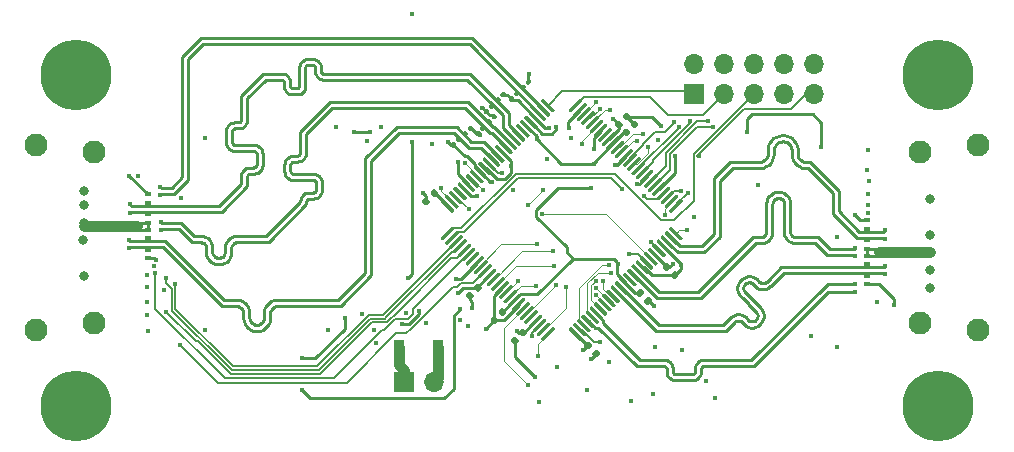
<source format=gbr>
%TF.GenerationSoftware,KiCad,Pcbnew,(5.1.10)-1*%
%TF.CreationDate,2021-07-15T20:54:41+02:00*%
%TF.ProjectId,HighSpeed,48696768-5370-4656-9564-2e6b69636164,rev?*%
%TF.SameCoordinates,Original*%
%TF.FileFunction,Copper,L1,Top*%
%TF.FilePolarity,Positive*%
%FSLAX46Y46*%
G04 Gerber Fmt 4.6, Leading zero omitted, Abs format (unit mm)*
G04 Created by KiCad (PCBNEW (5.1.10)-1) date 2021-07-15 20:54:41*
%MOMM*%
%LPD*%
G01*
G04 APERTURE LIST*
%TA.AperFunction,ComponentPad*%
%ADD10C,6.000000*%
%TD*%
%TA.AperFunction,ComponentPad*%
%ADD11O,1.700000X1.700000*%
%TD*%
%TA.AperFunction,ComponentPad*%
%ADD12R,1.700000X1.700000*%
%TD*%
%TA.AperFunction,SMDPad,CuDef*%
%ADD13R,0.550000X0.300000*%
%TD*%
%TA.AperFunction,ComponentPad*%
%ADD14C,1.950000*%
%TD*%
%TA.AperFunction,SMDPad,CuDef*%
%ADD15R,0.900000X1.200000*%
%TD*%
%TA.AperFunction,ViaPad*%
%ADD16C,0.800000*%
%TD*%
%TA.AperFunction,ViaPad*%
%ADD17C,0.450000*%
%TD*%
%TA.AperFunction,Conductor*%
%ADD18C,0.889000*%
%TD*%
%TA.AperFunction,Conductor*%
%ADD19C,0.254000*%
%TD*%
%TA.AperFunction,Conductor*%
%ADD20C,0.152400*%
%TD*%
%TA.AperFunction,Conductor*%
%ADD21C,0.088900*%
%TD*%
G04 APERTURE END LIST*
D10*
%TO.P,REF\u002A\u002A,1*%
%TO.N,GND*%
X108000000Y-118950000D03*
%TD*%
%TO.P,REF\u002A\u002A,1*%
%TO.N,GND*%
X181000000Y-118950000D03*
%TD*%
%TO.P,REF\u002A\u002A,1*%
%TO.N,GND*%
X181000000Y-90950000D03*
%TD*%
%TO.P,REF\u002A\u002A,1*%
%TO.N,GND*%
X108000000Y-90950000D03*
%TD*%
%TO.P,U2,100*%
%TO.N,/PROG_B*%
%TA.AperFunction,SMDPad,CuDef*%
G36*
G01*
X139831546Y-102598959D02*
X138894630Y-101662043D01*
G75*
G02*
X138894630Y-101555977I53033J53033D01*
G01*
X139000696Y-101449911D01*
G75*
G02*
X139106762Y-101449911I53033J-53033D01*
G01*
X140043678Y-102386827D01*
G75*
G02*
X140043678Y-102492893I-53033J-53033D01*
G01*
X139937612Y-102598959D01*
G75*
G02*
X139831546Y-102598959I-53033J53033D01*
G01*
G37*
%TD.AperFunction*%
%TO.P,U2,99*%
%TO.N,/DQ7*%
%TA.AperFunction,SMDPad,CuDef*%
G36*
G01*
X140185099Y-102245406D02*
X139248183Y-101308490D01*
G75*
G02*
X139248183Y-101202424I53033J53033D01*
G01*
X139354249Y-101096358D01*
G75*
G02*
X139460315Y-101096358I53033J-53033D01*
G01*
X140397231Y-102033274D01*
G75*
G02*
X140397231Y-102139340I-53033J-53033D01*
G01*
X140291165Y-102245406D01*
G75*
G02*
X140185099Y-102245406I-53033J53033D01*
G01*
G37*
%TD.AperFunction*%
%TO.P,U2,98*%
%TO.N,/CKE*%
%TA.AperFunction,SMDPad,CuDef*%
G36*
G01*
X140538652Y-101891852D02*
X139601736Y-100954936D01*
G75*
G02*
X139601736Y-100848870I53033J53033D01*
G01*
X139707802Y-100742804D01*
G75*
G02*
X139813868Y-100742804I53033J-53033D01*
G01*
X140750784Y-101679720D01*
G75*
G02*
X140750784Y-101785786I-53033J-53033D01*
G01*
X140644718Y-101891852D01*
G75*
G02*
X140538652Y-101891852I-53033J53033D01*
G01*
G37*
%TD.AperFunction*%
%TO.P,U2,97*%
%TO.N,N/C*%
%TA.AperFunction,SMDPad,CuDef*%
G36*
G01*
X140892206Y-101538299D02*
X139955290Y-100601383D01*
G75*
G02*
X139955290Y-100495317I53033J53033D01*
G01*
X140061356Y-100389251D01*
G75*
G02*
X140167422Y-100389251I53033J-53033D01*
G01*
X141104338Y-101326167D01*
G75*
G02*
X141104338Y-101432233I-53033J-53033D01*
G01*
X140998272Y-101538299D01*
G75*
G02*
X140892206Y-101538299I-53033J53033D01*
G01*
G37*
%TD.AperFunction*%
%TO.P,U2,96*%
%TO.N,+3V3*%
%TA.AperFunction,SMDPad,CuDef*%
G36*
G01*
X141245759Y-101184745D02*
X140308843Y-100247829D01*
G75*
G02*
X140308843Y-100141763I53033J53033D01*
G01*
X140414909Y-100035697D01*
G75*
G02*
X140520975Y-100035697I53033J-53033D01*
G01*
X141457891Y-100972613D01*
G75*
G02*
X141457891Y-101078679I-53033J-53033D01*
G01*
X141351825Y-101184745D01*
G75*
G02*
X141245759Y-101184745I-53033J53033D01*
G01*
G37*
%TD.AperFunction*%
%TO.P,U2,95*%
%TO.N,GND*%
%TA.AperFunction,SMDPad,CuDef*%
G36*
G01*
X141599313Y-100831192D02*
X140662397Y-99894276D01*
G75*
G02*
X140662397Y-99788210I53033J53033D01*
G01*
X140768463Y-99682144D01*
G75*
G02*
X140874529Y-99682144I53033J-53033D01*
G01*
X141811445Y-100619060D01*
G75*
G02*
X141811445Y-100725126I-53033J-53033D01*
G01*
X141705379Y-100831192D01*
G75*
G02*
X141599313Y-100831192I-53033J53033D01*
G01*
G37*
%TD.AperFunction*%
%TO.P,U2,94*%
%TO.N,/DQM*%
%TA.AperFunction,SMDPad,CuDef*%
G36*
G01*
X141952866Y-100477639D02*
X141015950Y-99540723D01*
G75*
G02*
X141015950Y-99434657I53033J53033D01*
G01*
X141122016Y-99328591D01*
G75*
G02*
X141228082Y-99328591I53033J-53033D01*
G01*
X142164998Y-100265507D01*
G75*
G02*
X142164998Y-100371573I-53033J-53033D01*
G01*
X142058932Y-100477639D01*
G75*
G02*
X141952866Y-100477639I-53033J53033D01*
G01*
G37*
%TD.AperFunction*%
%TO.P,U2,93*%
%TO.N,/DQ4*%
%TA.AperFunction,SMDPad,CuDef*%
G36*
G01*
X142306419Y-100124085D02*
X141369503Y-99187169D01*
G75*
G02*
X141369503Y-99081103I53033J53033D01*
G01*
X141475569Y-98975037D01*
G75*
G02*
X141581635Y-98975037I53033J-53033D01*
G01*
X142518551Y-99911953D01*
G75*
G02*
X142518551Y-100018019I-53033J-53033D01*
G01*
X142412485Y-100124085D01*
G75*
G02*
X142306419Y-100124085I-53033J53033D01*
G01*
G37*
%TD.AperFunction*%
%TO.P,U2,92*%
%TO.N,+3V3*%
%TA.AperFunction,SMDPad,CuDef*%
G36*
G01*
X142659973Y-99770532D02*
X141723057Y-98833616D01*
G75*
G02*
X141723057Y-98727550I53033J53033D01*
G01*
X141829123Y-98621484D01*
G75*
G02*
X141935189Y-98621484I53033J-53033D01*
G01*
X142872105Y-99558400D01*
G75*
G02*
X142872105Y-99664466I-53033J-53033D01*
G01*
X142766039Y-99770532D01*
G75*
G02*
X142659973Y-99770532I-53033J53033D01*
G01*
G37*
%TD.AperFunction*%
%TO.P,U2,91*%
%TO.N,GND*%
%TA.AperFunction,SMDPad,CuDef*%
G36*
G01*
X143013526Y-99416978D02*
X142076610Y-98480062D01*
G75*
G02*
X142076610Y-98373996I53033J53033D01*
G01*
X142182676Y-98267930D01*
G75*
G02*
X142288742Y-98267930I53033J-53033D01*
G01*
X143225658Y-99204846D01*
G75*
G02*
X143225658Y-99310912I-53033J-53033D01*
G01*
X143119592Y-99416978D01*
G75*
G02*
X143013526Y-99416978I-53033J53033D01*
G01*
G37*
%TD.AperFunction*%
%TO.P,U2,90*%
%TO.N,Net-(R19-Pad1)*%
%TA.AperFunction,SMDPad,CuDef*%
G36*
G01*
X143367080Y-99063425D02*
X142430164Y-98126509D01*
G75*
G02*
X142430164Y-98020443I53033J53033D01*
G01*
X142536230Y-97914377D01*
G75*
G02*
X142642296Y-97914377I53033J-53033D01*
G01*
X143579212Y-98851293D01*
G75*
G02*
X143579212Y-98957359I-53033J-53033D01*
G01*
X143473146Y-99063425D01*
G75*
G02*
X143367080Y-99063425I-53033J53033D01*
G01*
G37*
%TD.AperFunction*%
%TO.P,U2,89*%
%TO.N,/CK_IN_N*%
%TA.AperFunction,SMDPad,CuDef*%
G36*
G01*
X143720633Y-98709872D02*
X142783717Y-97772956D01*
G75*
G02*
X142783717Y-97666890I53033J53033D01*
G01*
X142889783Y-97560824D01*
G75*
G02*
X142995849Y-97560824I53033J-53033D01*
G01*
X143932765Y-98497740D01*
G75*
G02*
X143932765Y-98603806I-53033J-53033D01*
G01*
X143826699Y-98709872D01*
G75*
G02*
X143720633Y-98709872I-53033J53033D01*
G01*
G37*
%TD.AperFunction*%
%TO.P,U2,88*%
%TO.N,/CK_IN_P*%
%TA.AperFunction,SMDPad,CuDef*%
G36*
G01*
X144074186Y-98356318D02*
X143137270Y-97419402D01*
G75*
G02*
X143137270Y-97313336I53033J53033D01*
G01*
X143243336Y-97207270D01*
G75*
G02*
X143349402Y-97207270I53033J-53033D01*
G01*
X144286318Y-98144186D01*
G75*
G02*
X144286318Y-98250252I-53033J-53033D01*
G01*
X144180252Y-98356318D01*
G75*
G02*
X144074186Y-98356318I-53033J53033D01*
G01*
G37*
%TD.AperFunction*%
%TO.P,U2,87*%
%TO.N,GND*%
%TA.AperFunction,SMDPad,CuDef*%
G36*
G01*
X144427740Y-98002765D02*
X143490824Y-97065849D01*
G75*
G02*
X143490824Y-96959783I53033J53033D01*
G01*
X143596890Y-96853717D01*
G75*
G02*
X143702956Y-96853717I53033J-53033D01*
G01*
X144639872Y-97790633D01*
G75*
G02*
X144639872Y-97896699I-53033J-53033D01*
G01*
X144533806Y-98002765D01*
G75*
G02*
X144427740Y-98002765I-53033J53033D01*
G01*
G37*
%TD.AperFunction*%
%TO.P,U2,86*%
%TO.N,/D0_IN_N*%
%TA.AperFunction,SMDPad,CuDef*%
G36*
G01*
X144781293Y-97649212D02*
X143844377Y-96712296D01*
G75*
G02*
X143844377Y-96606230I53033J53033D01*
G01*
X143950443Y-96500164D01*
G75*
G02*
X144056509Y-96500164I53033J-53033D01*
G01*
X144993425Y-97437080D01*
G75*
G02*
X144993425Y-97543146I-53033J-53033D01*
G01*
X144887359Y-97649212D01*
G75*
G02*
X144781293Y-97649212I-53033J53033D01*
G01*
G37*
%TD.AperFunction*%
%TO.P,U2,85*%
%TO.N,/D0_IN_P*%
%TA.AperFunction,SMDPad,CuDef*%
G36*
G01*
X145134846Y-97295658D02*
X144197930Y-96358742D01*
G75*
G02*
X144197930Y-96252676I53033J53033D01*
G01*
X144303996Y-96146610D01*
G75*
G02*
X144410062Y-96146610I53033J-53033D01*
G01*
X145346978Y-97083526D01*
G75*
G02*
X145346978Y-97189592I-53033J-53033D01*
G01*
X145240912Y-97295658D01*
G75*
G02*
X145134846Y-97295658I-53033J53033D01*
G01*
G37*
%TD.AperFunction*%
%TO.P,U2,84*%
%TO.N,/D1_IN_N*%
%TA.AperFunction,SMDPad,CuDef*%
G36*
G01*
X145488400Y-96942105D02*
X144551484Y-96005189D01*
G75*
G02*
X144551484Y-95899123I53033J53033D01*
G01*
X144657550Y-95793057D01*
G75*
G02*
X144763616Y-95793057I53033J-53033D01*
G01*
X145700532Y-96729973D01*
G75*
G02*
X145700532Y-96836039I-53033J-53033D01*
G01*
X145594466Y-96942105D01*
G75*
G02*
X145488400Y-96942105I-53033J53033D01*
G01*
G37*
%TD.AperFunction*%
%TO.P,U2,83*%
%TO.N,/D1_IN_P*%
%TA.AperFunction,SMDPad,CuDef*%
G36*
G01*
X145841953Y-96588551D02*
X144905037Y-95651635D01*
G75*
G02*
X144905037Y-95545569I53033J53033D01*
G01*
X145011103Y-95439503D01*
G75*
G02*
X145117169Y-95439503I53033J-53033D01*
G01*
X146054085Y-96376419D01*
G75*
G02*
X146054085Y-96482485I-53033J-53033D01*
G01*
X145948019Y-96588551D01*
G75*
G02*
X145841953Y-96588551I-53033J53033D01*
G01*
G37*
%TD.AperFunction*%
%TO.P,U2,82*%
%TO.N,N/C*%
%TA.AperFunction,SMDPad,CuDef*%
G36*
G01*
X146195507Y-96234998D02*
X145258591Y-95298082D01*
G75*
G02*
X145258591Y-95192016I53033J53033D01*
G01*
X145364657Y-95085950D01*
G75*
G02*
X145470723Y-95085950I53033J-53033D01*
G01*
X146407639Y-96022866D01*
G75*
G02*
X146407639Y-96128932I-53033J-53033D01*
G01*
X146301573Y-96234998D01*
G75*
G02*
X146195507Y-96234998I-53033J53033D01*
G01*
G37*
%TD.AperFunction*%
%TO.P,U2,81*%
%TO.N,+1V2*%
%TA.AperFunction,SMDPad,CuDef*%
G36*
G01*
X146549060Y-95881445D02*
X145612144Y-94944529D01*
G75*
G02*
X145612144Y-94838463I53033J53033D01*
G01*
X145718210Y-94732397D01*
G75*
G02*
X145824276Y-94732397I53033J-53033D01*
G01*
X146761192Y-95669313D01*
G75*
G02*
X146761192Y-95775379I-53033J-53033D01*
G01*
X146655126Y-95881445D01*
G75*
G02*
X146549060Y-95881445I-53033J53033D01*
G01*
G37*
%TD.AperFunction*%
%TO.P,U2,80*%
%TO.N,GND*%
%TA.AperFunction,SMDPad,CuDef*%
G36*
G01*
X146902613Y-95527891D02*
X145965697Y-94590975D01*
G75*
G02*
X145965697Y-94484909I53033J53033D01*
G01*
X146071763Y-94378843D01*
G75*
G02*
X146177829Y-94378843I53033J-53033D01*
G01*
X147114745Y-95315759D01*
G75*
G02*
X147114745Y-95421825I-53033J-53033D01*
G01*
X147008679Y-95527891D01*
G75*
G02*
X146902613Y-95527891I-53033J53033D01*
G01*
G37*
%TD.AperFunction*%
%TO.P,U2,79*%
%TO.N,+3V3*%
%TA.AperFunction,SMDPad,CuDef*%
G36*
G01*
X147256167Y-95174338D02*
X146319251Y-94237422D01*
G75*
G02*
X146319251Y-94131356I53033J53033D01*
G01*
X146425317Y-94025290D01*
G75*
G02*
X146531383Y-94025290I53033J-53033D01*
G01*
X147468299Y-94962206D01*
G75*
G02*
X147468299Y-95068272I-53033J-53033D01*
G01*
X147362233Y-95174338D01*
G75*
G02*
X147256167Y-95174338I-53033J53033D01*
G01*
G37*
%TD.AperFunction*%
%TO.P,U2,78*%
%TO.N,/D2_IN_N*%
%TA.AperFunction,SMDPad,CuDef*%
G36*
G01*
X147609720Y-94820784D02*
X146672804Y-93883868D01*
G75*
G02*
X146672804Y-93777802I53033J53033D01*
G01*
X146778870Y-93671736D01*
G75*
G02*
X146884936Y-93671736I53033J-53033D01*
G01*
X147821852Y-94608652D01*
G75*
G02*
X147821852Y-94714718I-53033J-53033D01*
G01*
X147715786Y-94820784D01*
G75*
G02*
X147609720Y-94820784I-53033J53033D01*
G01*
G37*
%TD.AperFunction*%
%TO.P,U2,77*%
%TO.N,/D2_IN_P*%
%TA.AperFunction,SMDPad,CuDef*%
G36*
G01*
X147963274Y-94467231D02*
X147026358Y-93530315D01*
G75*
G02*
X147026358Y-93424249I53033J53033D01*
G01*
X147132424Y-93318183D01*
G75*
G02*
X147238490Y-93318183I53033J-53033D01*
G01*
X148175406Y-94255099D01*
G75*
G02*
X148175406Y-94361165I-53033J-53033D01*
G01*
X148069340Y-94467231D01*
G75*
G02*
X147963274Y-94467231I-53033J53033D01*
G01*
G37*
%TD.AperFunction*%
%TO.P,U2,76*%
%TO.N,/TCK*%
%TA.AperFunction,SMDPad,CuDef*%
G36*
G01*
X148316827Y-94113678D02*
X147379911Y-93176762D01*
G75*
G02*
X147379911Y-93070696I53033J53033D01*
G01*
X147485977Y-92964630D01*
G75*
G02*
X147592043Y-92964630I53033J-53033D01*
G01*
X148528959Y-93901546D01*
G75*
G02*
X148528959Y-94007612I-53033J-53033D01*
G01*
X148422893Y-94113678D01*
G75*
G02*
X148316827Y-94113678I-53033J53033D01*
G01*
G37*
%TD.AperFunction*%
%TO.P,U2,75*%
%TO.N,/TDO*%
%TA.AperFunction,SMDPad,CuDef*%
G36*
G01*
X149837107Y-94113678D02*
X149731041Y-94007612D01*
G75*
G02*
X149731041Y-93901546I53033J53033D01*
G01*
X150667957Y-92964630D01*
G75*
G02*
X150774023Y-92964630I53033J-53033D01*
G01*
X150880089Y-93070696D01*
G75*
G02*
X150880089Y-93176762I-53033J-53033D01*
G01*
X149943173Y-94113678D01*
G75*
G02*
X149837107Y-94113678I-53033J53033D01*
G01*
G37*
%TD.AperFunction*%
%TO.P,U2,74*%
%TO.N,GND*%
%TA.AperFunction,SMDPad,CuDef*%
G36*
G01*
X150190660Y-94467231D02*
X150084594Y-94361165D01*
G75*
G02*
X150084594Y-94255099I53033J53033D01*
G01*
X151021510Y-93318183D01*
G75*
G02*
X151127576Y-93318183I53033J-53033D01*
G01*
X151233642Y-93424249D01*
G75*
G02*
X151233642Y-93530315I-53033J-53033D01*
G01*
X150296726Y-94467231D01*
G75*
G02*
X150190660Y-94467231I-53033J53033D01*
G01*
G37*
%TD.AperFunction*%
%TO.P,U2,73*%
%TO.N,/A11*%
%TA.AperFunction,SMDPad,CuDef*%
G36*
G01*
X150544214Y-94820784D02*
X150438148Y-94714718D01*
G75*
G02*
X150438148Y-94608652I53033J53033D01*
G01*
X151375064Y-93671736D01*
G75*
G02*
X151481130Y-93671736I53033J-53033D01*
G01*
X151587196Y-93777802D01*
G75*
G02*
X151587196Y-93883868I-53033J-53033D01*
G01*
X150650280Y-94820784D01*
G75*
G02*
X150544214Y-94820784I-53033J53033D01*
G01*
G37*
%TD.AperFunction*%
%TO.P,U2,72*%
%TO.N,/A12*%
%TA.AperFunction,SMDPad,CuDef*%
G36*
G01*
X150897767Y-95174338D02*
X150791701Y-95068272D01*
G75*
G02*
X150791701Y-94962206I53033J53033D01*
G01*
X151728617Y-94025290D01*
G75*
G02*
X151834683Y-94025290I53033J-53033D01*
G01*
X151940749Y-94131356D01*
G75*
G02*
X151940749Y-94237422I-53033J-53033D01*
G01*
X151003833Y-95174338D01*
G75*
G02*
X150897767Y-95174338I-53033J53033D01*
G01*
G37*
%TD.AperFunction*%
%TO.P,U2,71*%
%TO.N,/A9*%
%TA.AperFunction,SMDPad,CuDef*%
G36*
G01*
X151251321Y-95527891D02*
X151145255Y-95421825D01*
G75*
G02*
X151145255Y-95315759I53033J53033D01*
G01*
X152082171Y-94378843D01*
G75*
G02*
X152188237Y-94378843I53033J-53033D01*
G01*
X152294303Y-94484909D01*
G75*
G02*
X152294303Y-94590975I-53033J-53033D01*
G01*
X151357387Y-95527891D01*
G75*
G02*
X151251321Y-95527891I-53033J53033D01*
G01*
G37*
%TD.AperFunction*%
%TO.P,U2,70*%
%TO.N,/CLK*%
%TA.AperFunction,SMDPad,CuDef*%
G36*
G01*
X151604874Y-95881445D02*
X151498808Y-95775379D01*
G75*
G02*
X151498808Y-95669313I53033J53033D01*
G01*
X152435724Y-94732397D01*
G75*
G02*
X152541790Y-94732397I53033J-53033D01*
G01*
X152647856Y-94838463D01*
G75*
G02*
X152647856Y-94944529I-53033J-53033D01*
G01*
X151710940Y-95881445D01*
G75*
G02*
X151604874Y-95881445I-53033J53033D01*
G01*
G37*
%TD.AperFunction*%
%TO.P,U2,69*%
%TO.N,GND*%
%TA.AperFunction,SMDPad,CuDef*%
G36*
G01*
X151958427Y-96234998D02*
X151852361Y-96128932D01*
G75*
G02*
X151852361Y-96022866I53033J53033D01*
G01*
X152789277Y-95085950D01*
G75*
G02*
X152895343Y-95085950I53033J-53033D01*
G01*
X153001409Y-95192016D01*
G75*
G02*
X153001409Y-95298082I-53033J-53033D01*
G01*
X152064493Y-96234998D01*
G75*
G02*
X151958427Y-96234998I-53033J53033D01*
G01*
G37*
%TD.AperFunction*%
%TO.P,U2,68*%
%TO.N,N/C*%
%TA.AperFunction,SMDPad,CuDef*%
G36*
G01*
X152311981Y-96588551D02*
X152205915Y-96482485D01*
G75*
G02*
X152205915Y-96376419I53033J53033D01*
G01*
X153142831Y-95439503D01*
G75*
G02*
X153248897Y-95439503I53033J-53033D01*
G01*
X153354963Y-95545569D01*
G75*
G02*
X153354963Y-95651635I-53033J-53033D01*
G01*
X152418047Y-96588551D01*
G75*
G02*
X152311981Y-96588551I-53033J53033D01*
G01*
G37*
%TD.AperFunction*%
%TO.P,U2,67*%
%TO.N,+3V3*%
%TA.AperFunction,SMDPad,CuDef*%
G36*
G01*
X152665534Y-96942105D02*
X152559468Y-96836039D01*
G75*
G02*
X152559468Y-96729973I53033J53033D01*
G01*
X153496384Y-95793057D01*
G75*
G02*
X153602450Y-95793057I53033J-53033D01*
G01*
X153708516Y-95899123D01*
G75*
G02*
X153708516Y-96005189I-53033J-53033D01*
G01*
X152771600Y-96942105D01*
G75*
G02*
X152665534Y-96942105I-53033J53033D01*
G01*
G37*
%TD.AperFunction*%
%TO.P,U2,66*%
%TO.N,+1V2*%
%TA.AperFunction,SMDPad,CuDef*%
G36*
G01*
X153019088Y-97295658D02*
X152913022Y-97189592D01*
G75*
G02*
X152913022Y-97083526I53033J53033D01*
G01*
X153849938Y-96146610D01*
G75*
G02*
X153956004Y-96146610I53033J-53033D01*
G01*
X154062070Y-96252676D01*
G75*
G02*
X154062070Y-96358742I-53033J-53033D01*
G01*
X153125154Y-97295658D01*
G75*
G02*
X153019088Y-97295658I-53033J53033D01*
G01*
G37*
%TD.AperFunction*%
%TO.P,U2,65*%
%TO.N,/A7*%
%TA.AperFunction,SMDPad,CuDef*%
G36*
G01*
X153372641Y-97649212D02*
X153266575Y-97543146D01*
G75*
G02*
X153266575Y-97437080I53033J53033D01*
G01*
X154203491Y-96500164D01*
G75*
G02*
X154309557Y-96500164I53033J-53033D01*
G01*
X154415623Y-96606230D01*
G75*
G02*
X154415623Y-96712296I-53033J-53033D01*
G01*
X153478707Y-97649212D01*
G75*
G02*
X153372641Y-97649212I-53033J53033D01*
G01*
G37*
%TD.AperFunction*%
%TO.P,U2,64*%
%TO.N,/A8*%
%TA.AperFunction,SMDPad,CuDef*%
G36*
G01*
X153726194Y-98002765D02*
X153620128Y-97896699D01*
G75*
G02*
X153620128Y-97790633I53033J53033D01*
G01*
X154557044Y-96853717D01*
G75*
G02*
X154663110Y-96853717I53033J-53033D01*
G01*
X154769176Y-96959783D01*
G75*
G02*
X154769176Y-97065849I-53033J-53033D01*
G01*
X153832260Y-98002765D01*
G75*
G02*
X153726194Y-98002765I-53033J53033D01*
G01*
G37*
%TD.AperFunction*%
%TO.P,U2,63*%
%TO.N,GND*%
%TA.AperFunction,SMDPad,CuDef*%
G36*
G01*
X154079748Y-98356318D02*
X153973682Y-98250252D01*
G75*
G02*
X153973682Y-98144186I53033J53033D01*
G01*
X154910598Y-97207270D01*
G75*
G02*
X155016664Y-97207270I53033J-53033D01*
G01*
X155122730Y-97313336D01*
G75*
G02*
X155122730Y-97419402I-53033J-53033D01*
G01*
X154185814Y-98356318D01*
G75*
G02*
X154079748Y-98356318I-53033J53033D01*
G01*
G37*
%TD.AperFunction*%
%TO.P,U2,62*%
%TO.N,/HPD_OUT*%
%TA.AperFunction,SMDPad,CuDef*%
G36*
G01*
X154433301Y-98709872D02*
X154327235Y-98603806D01*
G75*
G02*
X154327235Y-98497740I53033J53033D01*
G01*
X155264151Y-97560824D01*
G75*
G02*
X155370217Y-97560824I53033J-53033D01*
G01*
X155476283Y-97666890D01*
G75*
G02*
X155476283Y-97772956I-53033J-53033D01*
G01*
X154539367Y-98709872D01*
G75*
G02*
X154433301Y-98709872I-53033J53033D01*
G01*
G37*
%TD.AperFunction*%
%TO.P,U2,61*%
%TO.N,/A6*%
%TA.AperFunction,SMDPad,CuDef*%
G36*
G01*
X154786854Y-99063425D02*
X154680788Y-98957359D01*
G75*
G02*
X154680788Y-98851293I53033J53033D01*
G01*
X155617704Y-97914377D01*
G75*
G02*
X155723770Y-97914377I53033J-53033D01*
G01*
X155829836Y-98020443D01*
G75*
G02*
X155829836Y-98126509I-53033J-53033D01*
G01*
X154892920Y-99063425D01*
G75*
G02*
X154786854Y-99063425I-53033J53033D01*
G01*
G37*
%TD.AperFunction*%
%TO.P,U2,60*%
%TO.N,/SDA_OUT*%
%TA.AperFunction,SMDPad,CuDef*%
G36*
G01*
X155140408Y-99416978D02*
X155034342Y-99310912D01*
G75*
G02*
X155034342Y-99204846I53033J53033D01*
G01*
X155971258Y-98267930D01*
G75*
G02*
X156077324Y-98267930I53033J-53033D01*
G01*
X156183390Y-98373996D01*
G75*
G02*
X156183390Y-98480062I-53033J-53033D01*
G01*
X155246474Y-99416978D01*
G75*
G02*
X155140408Y-99416978I-53033J53033D01*
G01*
G37*
%TD.AperFunction*%
%TO.P,U2,59*%
%TO.N,/SCL_OUT*%
%TA.AperFunction,SMDPad,CuDef*%
G36*
G01*
X155493961Y-99770532D02*
X155387895Y-99664466D01*
G75*
G02*
X155387895Y-99558400I53033J53033D01*
G01*
X156324811Y-98621484D01*
G75*
G02*
X156430877Y-98621484I53033J-53033D01*
G01*
X156536943Y-98727550D01*
G75*
G02*
X156536943Y-98833616I-53033J-53033D01*
G01*
X155600027Y-99770532D01*
G75*
G02*
X155493961Y-99770532I-53033J53033D01*
G01*
G37*
%TD.AperFunction*%
%TO.P,U2,58*%
%TO.N,GND*%
%TA.AperFunction,SMDPad,CuDef*%
G36*
G01*
X155847515Y-100124085D02*
X155741449Y-100018019D01*
G75*
G02*
X155741449Y-99911953I53033J53033D01*
G01*
X156678365Y-98975037D01*
G75*
G02*
X156784431Y-98975037I53033J-53033D01*
G01*
X156890497Y-99081103D01*
G75*
G02*
X156890497Y-99187169I-53033J-53033D01*
G01*
X155953581Y-100124085D01*
G75*
G02*
X155847515Y-100124085I-53033J53033D01*
G01*
G37*
%TD.AperFunction*%
%TO.P,U2,57*%
%TO.N,/UTIL_OUT*%
%TA.AperFunction,SMDPad,CuDef*%
G36*
G01*
X156201068Y-100477639D02*
X156095002Y-100371573D01*
G75*
G02*
X156095002Y-100265507I53033J53033D01*
G01*
X157031918Y-99328591D01*
G75*
G02*
X157137984Y-99328591I53033J-53033D01*
G01*
X157244050Y-99434657D01*
G75*
G02*
X157244050Y-99540723I-53033J-53033D01*
G01*
X156307134Y-100477639D01*
G75*
G02*
X156201068Y-100477639I-53033J53033D01*
G01*
G37*
%TD.AperFunction*%
%TO.P,U2,56*%
%TO.N,/CEC_OUT*%
%TA.AperFunction,SMDPad,CuDef*%
G36*
G01*
X156554621Y-100831192D02*
X156448555Y-100725126D01*
G75*
G02*
X156448555Y-100619060I53033J53033D01*
G01*
X157385471Y-99682144D01*
G75*
G02*
X157491537Y-99682144I53033J-53033D01*
G01*
X157597603Y-99788210D01*
G75*
G02*
X157597603Y-99894276I-53033J-53033D01*
G01*
X156660687Y-100831192D01*
G75*
G02*
X156554621Y-100831192I-53033J53033D01*
G01*
G37*
%TD.AperFunction*%
%TO.P,U2,55*%
%TO.N,+3V3*%
%TA.AperFunction,SMDPad,CuDef*%
G36*
G01*
X156908175Y-101184745D02*
X156802109Y-101078679D01*
G75*
G02*
X156802109Y-100972613I53033J53033D01*
G01*
X157739025Y-100035697D01*
G75*
G02*
X157845091Y-100035697I53033J-53033D01*
G01*
X157951157Y-100141763D01*
G75*
G02*
X157951157Y-100247829I-53033J-53033D01*
G01*
X157014241Y-101184745D01*
G75*
G02*
X156908175Y-101184745I-53033J53033D01*
G01*
G37*
%TD.AperFunction*%
%TO.P,U2,54*%
%TO.N,/DONE*%
%TA.AperFunction,SMDPad,CuDef*%
G36*
G01*
X157261728Y-101538299D02*
X157155662Y-101432233D01*
G75*
G02*
X157155662Y-101326167I53033J53033D01*
G01*
X158092578Y-100389251D01*
G75*
G02*
X158198644Y-100389251I53033J-53033D01*
G01*
X158304710Y-100495317D01*
G75*
G02*
X158304710Y-100601383I-53033J-53033D01*
G01*
X157367794Y-101538299D01*
G75*
G02*
X157261728Y-101538299I-53033J53033D01*
G01*
G37*
%TD.AperFunction*%
%TO.P,U2,53*%
%TO.N,/SCK*%
%TA.AperFunction,SMDPad,CuDef*%
G36*
G01*
X157615282Y-101891852D02*
X157509216Y-101785786D01*
G75*
G02*
X157509216Y-101679720I53033J53033D01*
G01*
X158446132Y-100742804D01*
G75*
G02*
X158552198Y-100742804I53033J-53033D01*
G01*
X158658264Y-100848870D01*
G75*
G02*
X158658264Y-100954936I-53033J-53033D01*
G01*
X157721348Y-101891852D01*
G75*
G02*
X157615282Y-101891852I-53033J53033D01*
G01*
G37*
%TD.AperFunction*%
%TO.P,U2,52*%
%TO.N,/DQ3*%
%TA.AperFunction,SMDPad,CuDef*%
G36*
G01*
X157968835Y-102245406D02*
X157862769Y-102139340D01*
G75*
G02*
X157862769Y-102033274I53033J53033D01*
G01*
X158799685Y-101096358D01*
G75*
G02*
X158905751Y-101096358I53033J-53033D01*
G01*
X159011817Y-101202424D01*
G75*
G02*
X159011817Y-101308490I-53033J-53033D01*
G01*
X158074901Y-102245406D01*
G75*
G02*
X157968835Y-102245406I-53033J53033D01*
G01*
G37*
%TD.AperFunction*%
%TO.P,U2,51*%
%TO.N,/SO*%
%TA.AperFunction,SMDPad,CuDef*%
G36*
G01*
X158322388Y-102598959D02*
X158216322Y-102492893D01*
G75*
G02*
X158216322Y-102386827I53033J53033D01*
G01*
X159153238Y-101449911D01*
G75*
G02*
X159259304Y-101449911I53033J-53033D01*
G01*
X159365370Y-101555977D01*
G75*
G02*
X159365370Y-101662043I-53033J-53033D01*
G01*
X158428454Y-102598959D01*
G75*
G02*
X158322388Y-102598959I-53033J53033D01*
G01*
G37*
%TD.AperFunction*%
%TO.P,U2,50*%
%TO.N,/DQ0*%
%TA.AperFunction,SMDPad,CuDef*%
G36*
G01*
X159153238Y-104950089D02*
X158216322Y-104013173D01*
G75*
G02*
X158216322Y-103907107I53033J53033D01*
G01*
X158322388Y-103801041D01*
G75*
G02*
X158428454Y-103801041I53033J-53033D01*
G01*
X159365370Y-104737957D01*
G75*
G02*
X159365370Y-104844023I-53033J-53033D01*
G01*
X159259304Y-104950089D01*
G75*
G02*
X159153238Y-104950089I-53033J53033D01*
G01*
G37*
%TD.AperFunction*%
%TO.P,U2,49*%
%TO.N,/CK_OUT_N*%
%TA.AperFunction,SMDPad,CuDef*%
G36*
G01*
X158799685Y-105303642D02*
X157862769Y-104366726D01*
G75*
G02*
X157862769Y-104260660I53033J53033D01*
G01*
X157968835Y-104154594D01*
G75*
G02*
X158074901Y-104154594I53033J-53033D01*
G01*
X159011817Y-105091510D01*
G75*
G02*
X159011817Y-105197576I-53033J-53033D01*
G01*
X158905751Y-105303642D01*
G75*
G02*
X158799685Y-105303642I-53033J53033D01*
G01*
G37*
%TD.AperFunction*%
%TO.P,U2,48*%
%TO.N,/CK_OUT_P*%
%TA.AperFunction,SMDPad,CuDef*%
G36*
G01*
X158446132Y-105657196D02*
X157509216Y-104720280D01*
G75*
G02*
X157509216Y-104614214I53033J53033D01*
G01*
X157615282Y-104508148D01*
G75*
G02*
X157721348Y-104508148I53033J-53033D01*
G01*
X158658264Y-105445064D01*
G75*
G02*
X158658264Y-105551130I-53033J-53033D01*
G01*
X158552198Y-105657196D01*
G75*
G02*
X158446132Y-105657196I-53033J53033D01*
G01*
G37*
%TD.AperFunction*%
%TO.P,U2,47*%
%TO.N,GND*%
%TA.AperFunction,SMDPad,CuDef*%
G36*
G01*
X158092578Y-106010749D02*
X157155662Y-105073833D01*
G75*
G02*
X157155662Y-104967767I53033J53033D01*
G01*
X157261728Y-104861701D01*
G75*
G02*
X157367794Y-104861701I53033J-53033D01*
G01*
X158304710Y-105798617D01*
G75*
G02*
X158304710Y-105904683I-53033J-53033D01*
G01*
X158198644Y-106010749D01*
G75*
G02*
X158092578Y-106010749I-53033J53033D01*
G01*
G37*
%TD.AperFunction*%
%TO.P,U2,46*%
%TO.N,/SI*%
%TA.AperFunction,SMDPad,CuDef*%
G36*
G01*
X157739025Y-106364303D02*
X156802109Y-105427387D01*
G75*
G02*
X156802109Y-105321321I53033J53033D01*
G01*
X156908175Y-105215255D01*
G75*
G02*
X157014241Y-105215255I53033J-53033D01*
G01*
X157951157Y-106152171D01*
G75*
G02*
X157951157Y-106258237I-53033J-53033D01*
G01*
X157845091Y-106364303D01*
G75*
G02*
X157739025Y-106364303I-53033J53033D01*
G01*
G37*
%TD.AperFunction*%
%TO.P,U2,45*%
%TO.N,+3V3*%
%TA.AperFunction,SMDPad,CuDef*%
G36*
G01*
X157385471Y-106717856D02*
X156448555Y-105780940D01*
G75*
G02*
X156448555Y-105674874I53033J53033D01*
G01*
X156554621Y-105568808D01*
G75*
G02*
X156660687Y-105568808I53033J-53033D01*
G01*
X157597603Y-106505724D01*
G75*
G02*
X157597603Y-106611790I-53033J-53033D01*
G01*
X157491537Y-106717856D01*
G75*
G02*
X157385471Y-106717856I-53033J53033D01*
G01*
G37*
%TD.AperFunction*%
%TO.P,U2,44*%
%TO.N,/A5*%
%TA.AperFunction,SMDPad,CuDef*%
G36*
G01*
X157031918Y-107071409D02*
X156095002Y-106134493D01*
G75*
G02*
X156095002Y-106028427I53033J53033D01*
G01*
X156201068Y-105922361D01*
G75*
G02*
X156307134Y-105922361I53033J-53033D01*
G01*
X157244050Y-106859277D01*
G75*
G02*
X157244050Y-106965343I-53033J-53033D01*
G01*
X157137984Y-107071409D01*
G75*
G02*
X157031918Y-107071409I-53033J53033D01*
G01*
G37*
%TD.AperFunction*%
%TO.P,U2,43*%
%TO.N,Net-(U2-Pad43)*%
%TA.AperFunction,SMDPad,CuDef*%
G36*
G01*
X156678365Y-107424963D02*
X155741449Y-106488047D01*
G75*
G02*
X155741449Y-106381981I53033J53033D01*
G01*
X155847515Y-106275915D01*
G75*
G02*
X155953581Y-106275915I53033J-53033D01*
G01*
X156890497Y-107212831D01*
G75*
G02*
X156890497Y-107318897I-53033J-53033D01*
G01*
X156784431Y-107424963D01*
G75*
G02*
X156678365Y-107424963I-53033J53033D01*
G01*
G37*
%TD.AperFunction*%
%TO.P,U2,42*%
%TO.N,GND*%
%TA.AperFunction,SMDPad,CuDef*%
G36*
G01*
X156324811Y-107778516D02*
X155387895Y-106841600D01*
G75*
G02*
X155387895Y-106735534I53033J53033D01*
G01*
X155493961Y-106629468D01*
G75*
G02*
X155600027Y-106629468I53033J-53033D01*
G01*
X156536943Y-107566384D01*
G75*
G02*
X156536943Y-107672450I-53033J-53033D01*
G01*
X156430877Y-107778516D01*
G75*
G02*
X156324811Y-107778516I-53033J53033D01*
G01*
G37*
%TD.AperFunction*%
%TO.P,U2,41*%
%TO.N,/D0_OUT_N*%
%TA.AperFunction,SMDPad,CuDef*%
G36*
G01*
X155971258Y-108132070D02*
X155034342Y-107195154D01*
G75*
G02*
X155034342Y-107089088I53033J53033D01*
G01*
X155140408Y-106983022D01*
G75*
G02*
X155246474Y-106983022I53033J-53033D01*
G01*
X156183390Y-107919938D01*
G75*
G02*
X156183390Y-108026004I-53033J-53033D01*
G01*
X156077324Y-108132070D01*
G75*
G02*
X155971258Y-108132070I-53033J53033D01*
G01*
G37*
%TD.AperFunction*%
%TO.P,U2,40*%
%TO.N,/D0_OUT_P*%
%TA.AperFunction,SMDPad,CuDef*%
G36*
G01*
X155617704Y-108485623D02*
X154680788Y-107548707D01*
G75*
G02*
X154680788Y-107442641I53033J53033D01*
G01*
X154786854Y-107336575D01*
G75*
G02*
X154892920Y-107336575I53033J-53033D01*
G01*
X155829836Y-108273491D01*
G75*
G02*
X155829836Y-108379557I-53033J-53033D01*
G01*
X155723770Y-108485623D01*
G75*
G02*
X155617704Y-108485623I-53033J53033D01*
G01*
G37*
%TD.AperFunction*%
%TO.P,U2,39*%
%TO.N,N/C*%
%TA.AperFunction,SMDPad,CuDef*%
G36*
G01*
X155264151Y-108839176D02*
X154327235Y-107902260D01*
G75*
G02*
X154327235Y-107796194I53033J53033D01*
G01*
X154433301Y-107690128D01*
G75*
G02*
X154539367Y-107690128I53033J-53033D01*
G01*
X155476283Y-108627044D01*
G75*
G02*
X155476283Y-108733110I-53033J-53033D01*
G01*
X155370217Y-108839176D01*
G75*
G02*
X155264151Y-108839176I-53033J53033D01*
G01*
G37*
%TD.AperFunction*%
%TO.P,U2,38*%
%TO.N,+1V2*%
%TA.AperFunction,SMDPad,CuDef*%
G36*
G01*
X154910598Y-109192730D02*
X153973682Y-108255814D01*
G75*
G02*
X153973682Y-108149748I53033J53033D01*
G01*
X154079748Y-108043682D01*
G75*
G02*
X154185814Y-108043682I53033J-53033D01*
G01*
X155122730Y-108980598D01*
G75*
G02*
X155122730Y-109086664I-53033J-53033D01*
G01*
X155016664Y-109192730D01*
G75*
G02*
X154910598Y-109192730I-53033J53033D01*
G01*
G37*
%TD.AperFunction*%
%TO.P,U2,37*%
%TO.N,/D1_OUT_N*%
%TA.AperFunction,SMDPad,CuDef*%
G36*
G01*
X154557044Y-109546283D02*
X153620128Y-108609367D01*
G75*
G02*
X153620128Y-108503301I53033J53033D01*
G01*
X153726194Y-108397235D01*
G75*
G02*
X153832260Y-108397235I53033J-53033D01*
G01*
X154769176Y-109334151D01*
G75*
G02*
X154769176Y-109440217I-53033J-53033D01*
G01*
X154663110Y-109546283D01*
G75*
G02*
X154557044Y-109546283I-53033J53033D01*
G01*
G37*
%TD.AperFunction*%
%TO.P,U2,36*%
%TO.N,/D1_OUT_P*%
%TA.AperFunction,SMDPad,CuDef*%
G36*
G01*
X154203491Y-109899836D02*
X153266575Y-108962920D01*
G75*
G02*
X153266575Y-108856854I53033J53033D01*
G01*
X153372641Y-108750788D01*
G75*
G02*
X153478707Y-108750788I53033J-53033D01*
G01*
X154415623Y-109687704D01*
G75*
G02*
X154415623Y-109793770I-53033J-53033D01*
G01*
X154309557Y-109899836D01*
G75*
G02*
X154203491Y-109899836I-53033J53033D01*
G01*
G37*
%TD.AperFunction*%
%TO.P,U2,35*%
%TO.N,/A3*%
%TA.AperFunction,SMDPad,CuDef*%
G36*
G01*
X153849938Y-110253390D02*
X152913022Y-109316474D01*
G75*
G02*
X152913022Y-109210408I53033J53033D01*
G01*
X153019088Y-109104342D01*
G75*
G02*
X153125154Y-109104342I53033J-53033D01*
G01*
X154062070Y-110041258D01*
G75*
G02*
X154062070Y-110147324I-53033J-53033D01*
G01*
X153956004Y-110253390D01*
G75*
G02*
X153849938Y-110253390I-53033J53033D01*
G01*
G37*
%TD.AperFunction*%
%TO.P,U2,34*%
%TO.N,/A1*%
%TA.AperFunction,SMDPad,CuDef*%
G36*
G01*
X153496384Y-110606943D02*
X152559468Y-109670027D01*
G75*
G02*
X152559468Y-109563961I53033J53033D01*
G01*
X152665534Y-109457895D01*
G75*
G02*
X152771600Y-109457895I53033J-53033D01*
G01*
X153708516Y-110394811D01*
G75*
G02*
X153708516Y-110500877I-53033J-53033D01*
G01*
X153602450Y-110606943D01*
G75*
G02*
X153496384Y-110606943I-53033J53033D01*
G01*
G37*
%TD.AperFunction*%
%TO.P,U2,33*%
%TO.N,/A4*%
%TA.AperFunction,SMDPad,CuDef*%
G36*
G01*
X153142831Y-110960497D02*
X152205915Y-110023581D01*
G75*
G02*
X152205915Y-109917515I53033J53033D01*
G01*
X152311981Y-109811449D01*
G75*
G02*
X152418047Y-109811449I53033J-53033D01*
G01*
X153354963Y-110748365D01*
G75*
G02*
X153354963Y-110854431I-53033J-53033D01*
G01*
X153248897Y-110960497D01*
G75*
G02*
X153142831Y-110960497I-53033J53033D01*
G01*
G37*
%TD.AperFunction*%
%TO.P,U2,32*%
%TO.N,/A2*%
%TA.AperFunction,SMDPad,CuDef*%
G36*
G01*
X152789277Y-111314050D02*
X151852361Y-110377134D01*
G75*
G02*
X151852361Y-110271068I53033J53033D01*
G01*
X151958427Y-110165002D01*
G75*
G02*
X152064493Y-110165002I53033J-53033D01*
G01*
X153001409Y-111101918D01*
G75*
G02*
X153001409Y-111207984I-53033J-53033D01*
G01*
X152895343Y-111314050D01*
G75*
G02*
X152789277Y-111314050I-53033J53033D01*
G01*
G37*
%TD.AperFunction*%
%TO.P,U2,31*%
%TO.N,/D2_OUT_N*%
%TA.AperFunction,SMDPad,CuDef*%
G36*
G01*
X152435724Y-111667603D02*
X151498808Y-110730687D01*
G75*
G02*
X151498808Y-110624621I53033J53033D01*
G01*
X151604874Y-110518555D01*
G75*
G02*
X151710940Y-110518555I53033J-53033D01*
G01*
X152647856Y-111455471D01*
G75*
G02*
X152647856Y-111561537I-53033J-53033D01*
G01*
X152541790Y-111667603D01*
G75*
G02*
X152435724Y-111667603I-53033J53033D01*
G01*
G37*
%TD.AperFunction*%
%TO.P,U2,30*%
%TO.N,/DQ5*%
%TA.AperFunction,SMDPad,CuDef*%
G36*
G01*
X152082171Y-112021157D02*
X151145255Y-111084241D01*
G75*
G02*
X151145255Y-110978175I53033J53033D01*
G01*
X151251321Y-110872109D01*
G75*
G02*
X151357387Y-110872109I53033J-53033D01*
G01*
X152294303Y-111809025D01*
G75*
G02*
X152294303Y-111915091I-53033J-53033D01*
G01*
X152188237Y-112021157D01*
G75*
G02*
X152082171Y-112021157I-53033J53033D01*
G01*
G37*
%TD.AperFunction*%
%TO.P,U2,29*%
%TO.N,/D2_OUT_P*%
%TA.AperFunction,SMDPad,CuDef*%
G36*
G01*
X151728617Y-112374710D02*
X150791701Y-111437794D01*
G75*
G02*
X150791701Y-111331728I53033J53033D01*
G01*
X150897767Y-111225662D01*
G75*
G02*
X151003833Y-111225662I53033J-53033D01*
G01*
X151940749Y-112162578D01*
G75*
G02*
X151940749Y-112268644I-53033J-53033D01*
G01*
X151834683Y-112374710D01*
G75*
G02*
X151728617Y-112374710I-53033J53033D01*
G01*
G37*
%TD.AperFunction*%
%TO.P,U2,28*%
%TO.N,/DQ6*%
%TA.AperFunction,SMDPad,CuDef*%
G36*
G01*
X151375064Y-112728264D02*
X150438148Y-111791348D01*
G75*
G02*
X150438148Y-111685282I53033J53033D01*
G01*
X150544214Y-111579216D01*
G75*
G02*
X150650280Y-111579216I53033J-53033D01*
G01*
X151587196Y-112516132D01*
G75*
G02*
X151587196Y-112622198I-53033J-53033D01*
G01*
X151481130Y-112728264D01*
G75*
G02*
X151375064Y-112728264I-53033J53033D01*
G01*
G37*
%TD.AperFunction*%
%TO.P,U2,27*%
%TO.N,/CS*%
%TA.AperFunction,SMDPad,CuDef*%
G36*
G01*
X151021510Y-113081817D02*
X150084594Y-112144901D01*
G75*
G02*
X150084594Y-112038835I53033J53033D01*
G01*
X150190660Y-111932769D01*
G75*
G02*
X150296726Y-111932769I53033J-53033D01*
G01*
X151233642Y-112869685D01*
G75*
G02*
X151233642Y-112975751I-53033J-53033D01*
G01*
X151127576Y-113081817D01*
G75*
G02*
X151021510Y-113081817I-53033J53033D01*
G01*
G37*
%TD.AperFunction*%
%TO.P,U2,26*%
%TO.N,+3V3*%
%TA.AperFunction,SMDPad,CuDef*%
G36*
G01*
X150667957Y-113435370D02*
X149731041Y-112498454D01*
G75*
G02*
X149731041Y-112392388I53033J53033D01*
G01*
X149837107Y-112286322D01*
G75*
G02*
X149943173Y-112286322I53033J-53033D01*
G01*
X150880089Y-113223238D01*
G75*
G02*
X150880089Y-113329304I-53033J-53033D01*
G01*
X150774023Y-113435370D01*
G75*
G02*
X150667957Y-113435370I-53033J53033D01*
G01*
G37*
%TD.AperFunction*%
%TO.P,U2,25*%
%TO.N,/DQ1*%
%TA.AperFunction,SMDPad,CuDef*%
G36*
G01*
X147485977Y-113435370D02*
X147379911Y-113329304D01*
G75*
G02*
X147379911Y-113223238I53033J53033D01*
G01*
X148316827Y-112286322D01*
G75*
G02*
X148422893Y-112286322I53033J-53033D01*
G01*
X148528959Y-112392388D01*
G75*
G02*
X148528959Y-112498454I-53033J-53033D01*
G01*
X147592043Y-113435370D01*
G75*
G02*
X147485977Y-113435370I-53033J53033D01*
G01*
G37*
%TD.AperFunction*%
%TO.P,U2,24*%
%TO.N,/BA0*%
%TA.AperFunction,SMDPad,CuDef*%
G36*
G01*
X147132424Y-113081817D02*
X147026358Y-112975751D01*
G75*
G02*
X147026358Y-112869685I53033J53033D01*
G01*
X147963274Y-111932769D01*
G75*
G02*
X148069340Y-111932769I53033J-53033D01*
G01*
X148175406Y-112038835D01*
G75*
G02*
X148175406Y-112144901I-53033J-53033D01*
G01*
X147238490Y-113081817D01*
G75*
G02*
X147132424Y-113081817I-53033J53033D01*
G01*
G37*
%TD.AperFunction*%
%TO.P,U2,23*%
%TO.N,/DQ2*%
%TA.AperFunction,SMDPad,CuDef*%
G36*
G01*
X146778870Y-112728264D02*
X146672804Y-112622198D01*
G75*
G02*
X146672804Y-112516132I53033J53033D01*
G01*
X147609720Y-111579216D01*
G75*
G02*
X147715786Y-111579216I53033J-53033D01*
G01*
X147821852Y-111685282D01*
G75*
G02*
X147821852Y-111791348I-53033J-53033D01*
G01*
X146884936Y-112728264D01*
G75*
G02*
X146778870Y-112728264I-53033J53033D01*
G01*
G37*
%TD.AperFunction*%
%TO.P,U2,22*%
%TO.N,+3V3*%
%TA.AperFunction,SMDPad,CuDef*%
G36*
G01*
X146425317Y-112374710D02*
X146319251Y-112268644D01*
G75*
G02*
X146319251Y-112162578I53033J53033D01*
G01*
X147256167Y-111225662D01*
G75*
G02*
X147362233Y-111225662I53033J-53033D01*
G01*
X147468299Y-111331728D01*
G75*
G02*
X147468299Y-111437794I-53033J-53033D01*
G01*
X146531383Y-112374710D01*
G75*
G02*
X146425317Y-112374710I-53033J53033D01*
G01*
G37*
%TD.AperFunction*%
%TO.P,U2,21*%
%TO.N,N/C*%
%TA.AperFunction,SMDPad,CuDef*%
G36*
G01*
X146071763Y-112021157D02*
X145965697Y-111915091D01*
G75*
G02*
X145965697Y-111809025I53033J53033D01*
G01*
X146902613Y-110872109D01*
G75*
G02*
X147008679Y-110872109I53033J-53033D01*
G01*
X147114745Y-110978175D01*
G75*
G02*
X147114745Y-111084241I-53033J-53033D01*
G01*
X146177829Y-112021157D01*
G75*
G02*
X146071763Y-112021157I-53033J53033D01*
G01*
G37*
%TD.AperFunction*%
%TO.P,U2,20*%
%TO.N,/CS#*%
%TA.AperFunction,SMDPad,CuDef*%
G36*
G01*
X145718210Y-111667603D02*
X145612144Y-111561537D01*
G75*
G02*
X145612144Y-111455471I53033J53033D01*
G01*
X146549060Y-110518555D01*
G75*
G02*
X146655126Y-110518555I53033J-53033D01*
G01*
X146761192Y-110624621D01*
G75*
G02*
X146761192Y-110730687I-53033J-53033D01*
G01*
X145824276Y-111667603D01*
G75*
G02*
X145718210Y-111667603I-53033J53033D01*
G01*
G37*
%TD.AperFunction*%
%TO.P,U2,19*%
%TO.N,/RAS#*%
%TA.AperFunction,SMDPad,CuDef*%
G36*
G01*
X145364657Y-111314050D02*
X145258591Y-111207984D01*
G75*
G02*
X145258591Y-111101918I53033J53033D01*
G01*
X146195507Y-110165002D01*
G75*
G02*
X146301573Y-110165002I53033J-53033D01*
G01*
X146407639Y-110271068D01*
G75*
G02*
X146407639Y-110377134I-53033J-53033D01*
G01*
X145470723Y-111314050D01*
G75*
G02*
X145364657Y-111314050I-53033J53033D01*
G01*
G37*
%TD.AperFunction*%
%TO.P,U2,18*%
%TO.N,GND*%
%TA.AperFunction,SMDPad,CuDef*%
G36*
G01*
X145011103Y-110960497D02*
X144905037Y-110854431D01*
G75*
G02*
X144905037Y-110748365I53033J53033D01*
G01*
X145841953Y-109811449D01*
G75*
G02*
X145948019Y-109811449I53033J-53033D01*
G01*
X146054085Y-109917515D01*
G75*
G02*
X146054085Y-110023581I-53033J-53033D01*
G01*
X145117169Y-110960497D01*
G75*
G02*
X145011103Y-110960497I-53033J53033D01*
G01*
G37*
%TD.AperFunction*%
%TO.P,U2,17*%
%TO.N,+1V2*%
%TA.AperFunction,SMDPad,CuDef*%
G36*
G01*
X144657550Y-110606943D02*
X144551484Y-110500877D01*
G75*
G02*
X144551484Y-110394811I53033J53033D01*
G01*
X145488400Y-109457895D01*
G75*
G02*
X145594466Y-109457895I53033J-53033D01*
G01*
X145700532Y-109563961D01*
G75*
G02*
X145700532Y-109670027I-53033J-53033D01*
G01*
X144763616Y-110606943D01*
G75*
G02*
X144657550Y-110606943I-53033J53033D01*
G01*
G37*
%TD.AperFunction*%
%TO.P,U2,16*%
%TO.N,/CAS#*%
%TA.AperFunction,SMDPad,CuDef*%
G36*
G01*
X144303996Y-110253390D02*
X144197930Y-110147324D01*
G75*
G02*
X144197930Y-110041258I53033J53033D01*
G01*
X145134846Y-109104342D01*
G75*
G02*
X145240912Y-109104342I53033J-53033D01*
G01*
X145346978Y-109210408D01*
G75*
G02*
X145346978Y-109316474I-53033J-53033D01*
G01*
X144410062Y-110253390D01*
G75*
G02*
X144303996Y-110253390I-53033J53033D01*
G01*
G37*
%TD.AperFunction*%
%TO.P,U2,15*%
%TO.N,/WE#*%
%TA.AperFunction,SMDPad,CuDef*%
G36*
G01*
X143950443Y-109899836D02*
X143844377Y-109793770D01*
G75*
G02*
X143844377Y-109687704I53033J53033D01*
G01*
X144781293Y-108750788D01*
G75*
G02*
X144887359Y-108750788I53033J-53033D01*
G01*
X144993425Y-108856854D01*
G75*
G02*
X144993425Y-108962920I-53033J-53033D01*
G01*
X144056509Y-109899836D01*
G75*
G02*
X143950443Y-109899836I-53033J53033D01*
G01*
G37*
%TD.AperFunction*%
%TO.P,U2,14*%
%TO.N,GND*%
%TA.AperFunction,SMDPad,CuDef*%
G36*
G01*
X143596890Y-109546283D02*
X143490824Y-109440217D01*
G75*
G02*
X143490824Y-109334151I53033J53033D01*
G01*
X144427740Y-108397235D01*
G75*
G02*
X144533806Y-108397235I53033J-53033D01*
G01*
X144639872Y-108503301D01*
G75*
G02*
X144639872Y-108609367I-53033J-53033D01*
G01*
X143702956Y-109546283D01*
G75*
G02*
X143596890Y-109546283I-53033J53033D01*
G01*
G37*
%TD.AperFunction*%
%TO.P,U2,13*%
%TO.N,/BA1*%
%TA.AperFunction,SMDPad,CuDef*%
G36*
G01*
X143243336Y-109192730D02*
X143137270Y-109086664D01*
G75*
G02*
X143137270Y-108980598I53033J53033D01*
G01*
X144074186Y-108043682D01*
G75*
G02*
X144180252Y-108043682I53033J-53033D01*
G01*
X144286318Y-108149748D01*
G75*
G02*
X144286318Y-108255814I-53033J-53033D01*
G01*
X143349402Y-109192730D01*
G75*
G02*
X143243336Y-109192730I-53033J53033D01*
G01*
G37*
%TD.AperFunction*%
%TO.P,U2,12*%
%TO.N,/A10*%
%TA.AperFunction,SMDPad,CuDef*%
G36*
G01*
X142889783Y-108839176D02*
X142783717Y-108733110D01*
G75*
G02*
X142783717Y-108627044I53033J53033D01*
G01*
X143720633Y-107690128D01*
G75*
G02*
X143826699Y-107690128I53033J-53033D01*
G01*
X143932765Y-107796194D01*
G75*
G02*
X143932765Y-107902260I-53033J-53033D01*
G01*
X142995849Y-108839176D01*
G75*
G02*
X142889783Y-108839176I-53033J53033D01*
G01*
G37*
%TD.AperFunction*%
%TO.P,U2,11*%
%TO.N,+3V3*%
%TA.AperFunction,SMDPad,CuDef*%
G36*
G01*
X142536230Y-108485623D02*
X142430164Y-108379557D01*
G75*
G02*
X142430164Y-108273491I53033J53033D01*
G01*
X143367080Y-107336575D01*
G75*
G02*
X143473146Y-107336575I53033J-53033D01*
G01*
X143579212Y-107442641D01*
G75*
G02*
X143579212Y-107548707I-53033J-53033D01*
G01*
X142642296Y-108485623D01*
G75*
G02*
X142536230Y-108485623I-53033J53033D01*
G01*
G37*
%TD.AperFunction*%
%TO.P,U2,10*%
%TO.N,/HPD_IN*%
%TA.AperFunction,SMDPad,CuDef*%
G36*
G01*
X142182676Y-108132070D02*
X142076610Y-108026004D01*
G75*
G02*
X142076610Y-107919938I53033J53033D01*
G01*
X143013526Y-106983022D01*
G75*
G02*
X143119592Y-106983022I53033J-53033D01*
G01*
X143225658Y-107089088D01*
G75*
G02*
X143225658Y-107195154I-53033J-53033D01*
G01*
X142288742Y-108132070D01*
G75*
G02*
X142182676Y-108132070I-53033J53033D01*
G01*
G37*
%TD.AperFunction*%
%TO.P,U2,9*%
%TO.N,/A0*%
%TA.AperFunction,SMDPad,CuDef*%
G36*
G01*
X141829123Y-107778516D02*
X141723057Y-107672450D01*
G75*
G02*
X141723057Y-107566384I53033J53033D01*
G01*
X142659973Y-106629468D01*
G75*
G02*
X142766039Y-106629468I53033J-53033D01*
G01*
X142872105Y-106735534D01*
G75*
G02*
X142872105Y-106841600I-53033J-53033D01*
G01*
X141935189Y-107778516D01*
G75*
G02*
X141829123Y-107778516I-53033J53033D01*
G01*
G37*
%TD.AperFunction*%
%TO.P,U2,8*%
%TO.N,GND*%
%TA.AperFunction,SMDPad,CuDef*%
G36*
G01*
X141475569Y-107424963D02*
X141369503Y-107318897D01*
G75*
G02*
X141369503Y-107212831I53033J53033D01*
G01*
X142306419Y-106275915D01*
G75*
G02*
X142412485Y-106275915I53033J-53033D01*
G01*
X142518551Y-106381981D01*
G75*
G02*
X142518551Y-106488047I-53033J-53033D01*
G01*
X141581635Y-107424963D01*
G75*
G02*
X141475569Y-107424963I-53033J53033D01*
G01*
G37*
%TD.AperFunction*%
%TO.P,U2,7*%
%TO.N,N/C*%
%TA.AperFunction,SMDPad,CuDef*%
G36*
G01*
X141122016Y-107071409D02*
X141015950Y-106965343D01*
G75*
G02*
X141015950Y-106859277I53033J53033D01*
G01*
X141952866Y-105922361D01*
G75*
G02*
X142058932Y-105922361I53033J-53033D01*
G01*
X142164998Y-106028427D01*
G75*
G02*
X142164998Y-106134493I-53033J-53033D01*
G01*
X141228082Y-107071409D01*
G75*
G02*
X141122016Y-107071409I-53033J53033D01*
G01*
G37*
%TD.AperFunction*%
%TO.P,U2,6*%
%TO.N,/CEC_IN*%
%TA.AperFunction,SMDPad,CuDef*%
G36*
G01*
X140768463Y-106717856D02*
X140662397Y-106611790D01*
G75*
G02*
X140662397Y-106505724I53033J53033D01*
G01*
X141599313Y-105568808D01*
G75*
G02*
X141705379Y-105568808I53033J-53033D01*
G01*
X141811445Y-105674874D01*
G75*
G02*
X141811445Y-105780940I-53033J-53033D01*
G01*
X140874529Y-106717856D01*
G75*
G02*
X140768463Y-106717856I-53033J53033D01*
G01*
G37*
%TD.AperFunction*%
%TO.P,U2,5*%
%TO.N,/SDA_IN*%
%TA.AperFunction,SMDPad,CuDef*%
G36*
G01*
X140414909Y-106364303D02*
X140308843Y-106258237D01*
G75*
G02*
X140308843Y-106152171I53033J53033D01*
G01*
X141245759Y-105215255D01*
G75*
G02*
X141351825Y-105215255I53033J-53033D01*
G01*
X141457891Y-105321321D01*
G75*
G02*
X141457891Y-105427387I-53033J-53033D01*
G01*
X140520975Y-106364303D01*
G75*
G02*
X140414909Y-106364303I-53033J53033D01*
G01*
G37*
%TD.AperFunction*%
%TO.P,U2,4*%
%TO.N,/UTIL_IN*%
%TA.AperFunction,SMDPad,CuDef*%
G36*
G01*
X140061356Y-106010749D02*
X139955290Y-105904683D01*
G75*
G02*
X139955290Y-105798617I53033J53033D01*
G01*
X140892206Y-104861701D01*
G75*
G02*
X140998272Y-104861701I53033J-53033D01*
G01*
X141104338Y-104967767D01*
G75*
G02*
X141104338Y-105073833I-53033J-53033D01*
G01*
X140167422Y-106010749D01*
G75*
G02*
X140061356Y-106010749I-53033J53033D01*
G01*
G37*
%TD.AperFunction*%
%TO.P,U2,3*%
%TO.N,/SCL_IN*%
%TA.AperFunction,SMDPad,CuDef*%
G36*
G01*
X139707802Y-105657196D02*
X139601736Y-105551130D01*
G75*
G02*
X139601736Y-105445064I53033J53033D01*
G01*
X140538652Y-104508148D01*
G75*
G02*
X140644718Y-104508148I53033J-53033D01*
G01*
X140750784Y-104614214D01*
G75*
G02*
X140750784Y-104720280I-53033J-53033D01*
G01*
X139813868Y-105657196D01*
G75*
G02*
X139707802Y-105657196I-53033J53033D01*
G01*
G37*
%TD.AperFunction*%
%TO.P,U2,2*%
%TO.N,/TDI*%
%TA.AperFunction,SMDPad,CuDef*%
G36*
G01*
X139354249Y-105303642D02*
X139248183Y-105197576D01*
G75*
G02*
X139248183Y-105091510I53033J53033D01*
G01*
X140185099Y-104154594D01*
G75*
G02*
X140291165Y-104154594I53033J-53033D01*
G01*
X140397231Y-104260660D01*
G75*
G02*
X140397231Y-104366726I-53033J-53033D01*
G01*
X139460315Y-105303642D01*
G75*
G02*
X139354249Y-105303642I-53033J53033D01*
G01*
G37*
%TD.AperFunction*%
%TO.P,U2,1*%
%TO.N,/TMS*%
%TA.AperFunction,SMDPad,CuDef*%
G36*
G01*
X139000696Y-104950089D02*
X138894630Y-104844023D01*
G75*
G02*
X138894630Y-104737957I53033J53033D01*
G01*
X139831546Y-103801041D01*
G75*
G02*
X139937612Y-103801041I53033J-53033D01*
G01*
X140043678Y-103907107D01*
G75*
G02*
X140043678Y-104013173I-53033J-53033D01*
G01*
X139106762Y-104950089D01*
G75*
G02*
X139000696Y-104950089I-53033J53033D01*
G01*
G37*
%TD.AperFunction*%
%TD*%
D11*
%TO.P,J1,10*%
%TO.N,GND*%
X170460000Y-90010000D03*
%TO.P,J1,9*%
%TO.N,/TDI*%
X170460000Y-92550000D03*
%TO.P,J1,8*%
%TO.N,N/C*%
X167920000Y-90010000D03*
%TO.P,J1,7*%
X167920000Y-92550000D03*
%TO.P,J1,6*%
X165380000Y-90010000D03*
%TO.P,J1,5*%
%TO.N,/TMS*%
X165380000Y-92550000D03*
%TO.P,J1,4*%
%TO.N,+3V3*%
X162840000Y-90010000D03*
%TO.P,J1,3*%
%TO.N,/TDO*%
X162840000Y-92550000D03*
%TO.P,J1,2*%
%TO.N,GND*%
X160300000Y-90010000D03*
D12*
%TO.P,J1,1*%
%TO.N,/TCK*%
X160300000Y-92550000D03*
%TD*%
%TO.P,R17,2*%
%TO.N,/CK_IN_N*%
%TA.AperFunction,SMDPad,CuDef*%
G36*
G01*
X140327243Y-96628672D02*
X140185821Y-96487250D01*
G75*
G02*
X140185821Y-96345828I70711J70711D01*
G01*
X140369669Y-96161980D01*
G75*
G02*
X140511091Y-96161980I70711J-70711D01*
G01*
X140652513Y-96303402D01*
G75*
G02*
X140652513Y-96444824I-70711J-70711D01*
G01*
X140468665Y-96628672D01*
G75*
G02*
X140327243Y-96628672I-70711J70711D01*
G01*
G37*
%TD.AperFunction*%
%TO.P,R17,1*%
%TO.N,+3V3*%
%TA.AperFunction,SMDPad,CuDef*%
G36*
G01*
X139874695Y-97081220D02*
X139733273Y-96939798D01*
G75*
G02*
X139733273Y-96798376I70711J70711D01*
G01*
X139917121Y-96614528D01*
G75*
G02*
X140058543Y-96614528I70711J-70711D01*
G01*
X140199965Y-96755950D01*
G75*
G02*
X140199965Y-96897372I-70711J-70711D01*
G01*
X140016117Y-97081220D01*
G75*
G02*
X139874695Y-97081220I-70711J70711D01*
G01*
G37*
%TD.AperFunction*%
%TD*%
%TO.P,R16,2*%
%TO.N,/CK_IN_P*%
%TA.AperFunction,SMDPad,CuDef*%
G36*
G01*
X141048494Y-95700128D02*
X141189916Y-95841550D01*
G75*
G02*
X141189916Y-95982972I-70711J-70711D01*
G01*
X141006068Y-96166820D01*
G75*
G02*
X140864646Y-96166820I-70711J70711D01*
G01*
X140723224Y-96025398D01*
G75*
G02*
X140723224Y-95883976I70711J70711D01*
G01*
X140907072Y-95700128D01*
G75*
G02*
X141048494Y-95700128I70711J-70711D01*
G01*
G37*
%TD.AperFunction*%
%TO.P,R16,1*%
%TO.N,+3V3*%
%TA.AperFunction,SMDPad,CuDef*%
G36*
G01*
X141501042Y-95247580D02*
X141642464Y-95389002D01*
G75*
G02*
X141642464Y-95530424I-70711J-70711D01*
G01*
X141458616Y-95714272D01*
G75*
G02*
X141317194Y-95714272I-70711J70711D01*
G01*
X141175772Y-95572850D01*
G75*
G02*
X141175772Y-95431428I70711J70711D01*
G01*
X141359620Y-95247580D01*
G75*
G02*
X141501042Y-95247580I70711J-70711D01*
G01*
G37*
%TD.AperFunction*%
%TD*%
%TO.P,R15,2*%
%TO.N,/D0_IN_N*%
%TA.AperFunction,SMDPad,CuDef*%
G36*
G01*
X142381098Y-95663472D02*
X142239676Y-95522050D01*
G75*
G02*
X142239676Y-95380628I70711J70711D01*
G01*
X142423524Y-95196780D01*
G75*
G02*
X142564946Y-95196780I70711J-70711D01*
G01*
X142706368Y-95338202D01*
G75*
G02*
X142706368Y-95479624I-70711J-70711D01*
G01*
X142522520Y-95663472D01*
G75*
G02*
X142381098Y-95663472I-70711J70711D01*
G01*
G37*
%TD.AperFunction*%
%TO.P,R15,1*%
%TO.N,+3V3*%
%TA.AperFunction,SMDPad,CuDef*%
G36*
G01*
X141928550Y-96116020D02*
X141787128Y-95974598D01*
G75*
G02*
X141787128Y-95833176I70711J70711D01*
G01*
X141970976Y-95649328D01*
G75*
G02*
X142112398Y-95649328I70711J-70711D01*
G01*
X142253820Y-95790750D01*
G75*
G02*
X142253820Y-95932172I-70711J-70711D01*
G01*
X142069972Y-96116020D01*
G75*
G02*
X141928550Y-96116020I-70711J70711D01*
G01*
G37*
%TD.AperFunction*%
%TD*%
%TO.P,R14,2*%
%TO.N,/D0_IN_P*%
%TA.AperFunction,SMDPad,CuDef*%
G36*
G01*
X143061335Y-94687243D02*
X143202757Y-94828665D01*
G75*
G02*
X143202757Y-94970087I-70711J-70711D01*
G01*
X143018909Y-95153935D01*
G75*
G02*
X142877487Y-95153935I-70711J70711D01*
G01*
X142736065Y-95012513D01*
G75*
G02*
X142736065Y-94871091I70711J70711D01*
G01*
X142919913Y-94687243D01*
G75*
G02*
X143061335Y-94687243I70711J-70711D01*
G01*
G37*
%TD.AperFunction*%
%TO.P,R14,1*%
%TO.N,+3V3*%
%TA.AperFunction,SMDPad,CuDef*%
G36*
G01*
X143513883Y-94234695D02*
X143655305Y-94376117D01*
G75*
G02*
X143655305Y-94517539I-70711J-70711D01*
G01*
X143471457Y-94701387D01*
G75*
G02*
X143330035Y-94701387I-70711J70711D01*
G01*
X143188613Y-94559965D01*
G75*
G02*
X143188613Y-94418543I70711J70711D01*
G01*
X143372461Y-94234695D01*
G75*
G02*
X143513883Y-94234695I70711J-70711D01*
G01*
G37*
%TD.AperFunction*%
%TD*%
%TO.P,R13,2*%
%TO.N,/D1_IN_N*%
%TA.AperFunction,SMDPad,CuDef*%
G36*
G01*
X143118665Y-93814179D02*
X142977243Y-93672757D01*
G75*
G02*
X142977243Y-93531335I70711J70711D01*
G01*
X143161091Y-93347487D01*
G75*
G02*
X143302513Y-93347487I70711J-70711D01*
G01*
X143443935Y-93488909D01*
G75*
G02*
X143443935Y-93630331I-70711J-70711D01*
G01*
X143260087Y-93814179D01*
G75*
G02*
X143118665Y-93814179I-70711J70711D01*
G01*
G37*
%TD.AperFunction*%
%TO.P,R13,1*%
%TO.N,+3V3*%
%TA.AperFunction,SMDPad,CuDef*%
G36*
G01*
X142666117Y-94266727D02*
X142524695Y-94125305D01*
G75*
G02*
X142524695Y-93983883I70711J70711D01*
G01*
X142708543Y-93800035D01*
G75*
G02*
X142849965Y-93800035I70711J-70711D01*
G01*
X142991387Y-93941457D01*
G75*
G02*
X142991387Y-94082879I-70711J-70711D01*
G01*
X142807539Y-94266727D01*
G75*
G02*
X142666117Y-94266727I-70711J70711D01*
G01*
G37*
%TD.AperFunction*%
%TD*%
%TO.P,R12,2*%
%TO.N,/D1_IN_P*%
%TA.AperFunction,SMDPad,CuDef*%
G36*
G01*
X143805973Y-92818571D02*
X143947395Y-92959993D01*
G75*
G02*
X143947395Y-93101415I-70711J-70711D01*
G01*
X143763547Y-93285263D01*
G75*
G02*
X143622125Y-93285263I-70711J70711D01*
G01*
X143480703Y-93143841D01*
G75*
G02*
X143480703Y-93002419I70711J70711D01*
G01*
X143664551Y-92818571D01*
G75*
G02*
X143805973Y-92818571I70711J-70711D01*
G01*
G37*
%TD.AperFunction*%
%TO.P,R12,1*%
%TO.N,+3V3*%
%TA.AperFunction,SMDPad,CuDef*%
G36*
G01*
X144258521Y-92366023D02*
X144399943Y-92507445D01*
G75*
G02*
X144399943Y-92648867I-70711J-70711D01*
G01*
X144216095Y-92832715D01*
G75*
G02*
X144074673Y-92832715I-70711J70711D01*
G01*
X143933251Y-92691293D01*
G75*
G02*
X143933251Y-92549871I70711J70711D01*
G01*
X144117099Y-92366023D01*
G75*
G02*
X144258521Y-92366023I70711J-70711D01*
G01*
G37*
%TD.AperFunction*%
%TD*%
%TO.P,R11,2*%
%TO.N,/D2_IN_N*%
%TA.AperFunction,SMDPad,CuDef*%
G36*
G01*
X145244228Y-92737194D02*
X145102806Y-92595772D01*
G75*
G02*
X145102806Y-92454350I70711J70711D01*
G01*
X145286654Y-92270502D01*
G75*
G02*
X145428076Y-92270502I70711J-70711D01*
G01*
X145569498Y-92411924D01*
G75*
G02*
X145569498Y-92553346I-70711J-70711D01*
G01*
X145385650Y-92737194D01*
G75*
G02*
X145244228Y-92737194I-70711J70711D01*
G01*
G37*
%TD.AperFunction*%
%TO.P,R11,1*%
%TO.N,+3V3*%
%TA.AperFunction,SMDPad,CuDef*%
G36*
G01*
X144791680Y-93189742D02*
X144650258Y-93048320D01*
G75*
G02*
X144650258Y-92906898I70711J70711D01*
G01*
X144834106Y-92723050D01*
G75*
G02*
X144975528Y-92723050I70711J-70711D01*
G01*
X145116950Y-92864472D01*
G75*
G02*
X145116950Y-93005894I-70711J-70711D01*
G01*
X144933102Y-93189742D01*
G75*
G02*
X144791680Y-93189742I-70711J70711D01*
G01*
G37*
%TD.AperFunction*%
%TD*%
%TO.P,R10,2*%
%TO.N,/D2_IN_P*%
%TA.AperFunction,SMDPad,CuDef*%
G36*
G01*
X145951335Y-91747243D02*
X146092757Y-91888665D01*
G75*
G02*
X146092757Y-92030087I-70711J-70711D01*
G01*
X145908909Y-92213935D01*
G75*
G02*
X145767487Y-92213935I-70711J70711D01*
G01*
X145626065Y-92072513D01*
G75*
G02*
X145626065Y-91931091I70711J70711D01*
G01*
X145809913Y-91747243D01*
G75*
G02*
X145951335Y-91747243I70711J-70711D01*
G01*
G37*
%TD.AperFunction*%
%TO.P,R10,1*%
%TO.N,+3V3*%
%TA.AperFunction,SMDPad,CuDef*%
G36*
G01*
X146403883Y-91294695D02*
X146545305Y-91436117D01*
G75*
G02*
X146545305Y-91577539I-70711J-70711D01*
G01*
X146361457Y-91761387D01*
G75*
G02*
X146220035Y-91761387I-70711J70711D01*
G01*
X146078613Y-91619965D01*
G75*
G02*
X146078613Y-91478543I70711J70711D01*
G01*
X146262461Y-91294695D01*
G75*
G02*
X146403883Y-91294695I70711J-70711D01*
G01*
G37*
%TD.AperFunction*%
%TD*%
%TO.P,R3,2*%
%TO.N,/PROG_B*%
%TA.AperFunction,SMDPad,CuDef*%
G36*
G01*
X138300520Y-101261109D02*
X138038891Y-100999480D01*
G75*
G02*
X138038891Y-100808562I95459J95459D01*
G01*
X138229810Y-100617643D01*
G75*
G02*
X138420728Y-100617643I95459J-95459D01*
G01*
X138682357Y-100879272D01*
G75*
G02*
X138682357Y-101070190I-95459J-95459D01*
G01*
X138491438Y-101261109D01*
G75*
G02*
X138300520Y-101261109I-95459J95459D01*
G01*
G37*
%TD.AperFunction*%
%TO.P,R3,1*%
%TO.N,+3V3*%
%TA.AperFunction,SMDPad,CuDef*%
G36*
G01*
X137579272Y-101982357D02*
X137317643Y-101720728D01*
G75*
G02*
X137317643Y-101529810I95459J95459D01*
G01*
X137508562Y-101338891D01*
G75*
G02*
X137699480Y-101338891I95459J-95459D01*
G01*
X137961109Y-101600520D01*
G75*
G02*
X137961109Y-101791438I-95459J-95459D01*
G01*
X137770190Y-101982357D01*
G75*
G02*
X137579272Y-101982357I-95459J95459D01*
G01*
G37*
%TD.AperFunction*%
%TD*%
%TO.P,C22,2*%
%TO.N,GND*%
%TA.AperFunction,SMDPad,CuDef*%
G36*
G01*
X143498960Y-111360624D02*
X143739376Y-111601040D01*
G75*
G02*
X143739376Y-111799030I-98995J-98995D01*
G01*
X143541386Y-111997020D01*
G75*
G02*
X143343396Y-111997020I-98995J98995D01*
G01*
X143102980Y-111756604D01*
G75*
G02*
X143102980Y-111558614I98995J98995D01*
G01*
X143300970Y-111360624D01*
G75*
G02*
X143498960Y-111360624I98995J-98995D01*
G01*
G37*
%TD.AperFunction*%
%TO.P,C22,1*%
%TO.N,+1V2*%
%TA.AperFunction,SMDPad,CuDef*%
G36*
G01*
X144177782Y-110681802D02*
X144418198Y-110922218D01*
G75*
G02*
X144418198Y-111120208I-98995J-98995D01*
G01*
X144220208Y-111318198D01*
G75*
G02*
X144022218Y-111318198I-98995J98995D01*
G01*
X143781802Y-111077782D01*
G75*
G02*
X143781802Y-110879792I98995J98995D01*
G01*
X143979792Y-110681802D01*
G75*
G02*
X144177782Y-110681802I98995J-98995D01*
G01*
G37*
%TD.AperFunction*%
%TD*%
%TO.P,C20,2*%
%TO.N,GND*%
%TA.AperFunction,SMDPad,CuDef*%
G36*
G01*
X141438371Y-109321213D02*
X141678787Y-109561629D01*
G75*
G02*
X141678787Y-109759619I-98995J-98995D01*
G01*
X141480797Y-109957609D01*
G75*
G02*
X141282807Y-109957609I-98995J98995D01*
G01*
X141042391Y-109717193D01*
G75*
G02*
X141042391Y-109519203I98995J98995D01*
G01*
X141240381Y-109321213D01*
G75*
G02*
X141438371Y-109321213I98995J-98995D01*
G01*
G37*
%TD.AperFunction*%
%TO.P,C20,1*%
%TO.N,+3V3*%
%TA.AperFunction,SMDPad,CuDef*%
G36*
G01*
X142117193Y-108642391D02*
X142357609Y-108882807D01*
G75*
G02*
X142357609Y-109080797I-98995J-98995D01*
G01*
X142159619Y-109278787D01*
G75*
G02*
X141961629Y-109278787I-98995J98995D01*
G01*
X141721213Y-109038371D01*
G75*
G02*
X141721213Y-108840381I98995J98995D01*
G01*
X141919203Y-108642391D01*
G75*
G02*
X142117193Y-108642391I98995J-98995D01*
G01*
G37*
%TD.AperFunction*%
%TD*%
%TO.P,C19,2*%
%TO.N,GND*%
%TA.AperFunction,SMDPad,CuDef*%
G36*
G01*
X155201040Y-95439376D02*
X154960624Y-95198960D01*
G75*
G02*
X154960624Y-95000970I98995J98995D01*
G01*
X155158614Y-94802980D01*
G75*
G02*
X155356604Y-94802980I98995J-98995D01*
G01*
X155597020Y-95043396D01*
G75*
G02*
X155597020Y-95241386I-98995J-98995D01*
G01*
X155399030Y-95439376D01*
G75*
G02*
X155201040Y-95439376I-98995J98995D01*
G01*
G37*
%TD.AperFunction*%
%TO.P,C19,1*%
%TO.N,+1V2*%
%TA.AperFunction,SMDPad,CuDef*%
G36*
G01*
X154522218Y-96118198D02*
X154281802Y-95877782D01*
G75*
G02*
X154281802Y-95679792I98995J98995D01*
G01*
X154479792Y-95481802D01*
G75*
G02*
X154677782Y-95481802I98995J-98995D01*
G01*
X154918198Y-95722218D01*
G75*
G02*
X154918198Y-95920208I-98995J-98995D01*
G01*
X154720208Y-96118198D01*
G75*
G02*
X154522218Y-96118198I-98995J98995D01*
G01*
G37*
%TD.AperFunction*%
%TD*%
%TO.P,C17,2*%
%TO.N,GND*%
%TA.AperFunction,SMDPad,CuDef*%
G36*
G01*
X151721213Y-114461629D02*
X151961629Y-114221213D01*
G75*
G02*
X152159619Y-114221213I98995J-98995D01*
G01*
X152357609Y-114419203D01*
G75*
G02*
X152357609Y-114617193I-98995J-98995D01*
G01*
X152117193Y-114857609D01*
G75*
G02*
X151919203Y-114857609I-98995J98995D01*
G01*
X151721213Y-114659619D01*
G75*
G02*
X151721213Y-114461629I98995J98995D01*
G01*
G37*
%TD.AperFunction*%
%TO.P,C17,1*%
%TO.N,+3V3*%
%TA.AperFunction,SMDPad,CuDef*%
G36*
G01*
X151042391Y-113782807D02*
X151282807Y-113542391D01*
G75*
G02*
X151480797Y-113542391I98995J-98995D01*
G01*
X151678787Y-113740381D01*
G75*
G02*
X151678787Y-113938371I-98995J-98995D01*
G01*
X151438371Y-114178787D01*
G75*
G02*
X151240381Y-114178787I-98995J98995D01*
G01*
X151042391Y-113980797D01*
G75*
G02*
X151042391Y-113782807I98995J98995D01*
G01*
G37*
%TD.AperFunction*%
%TD*%
%TO.P,C15,2*%
%TO.N,GND*%
%TA.AperFunction,SMDPad,CuDef*%
G36*
G01*
X158360624Y-107801040D02*
X158601040Y-107560624D01*
G75*
G02*
X158799030Y-107560624I98995J-98995D01*
G01*
X158997020Y-107758614D01*
G75*
G02*
X158997020Y-107956604I-98995J-98995D01*
G01*
X158756604Y-108197020D01*
G75*
G02*
X158558614Y-108197020I-98995J98995D01*
G01*
X158360624Y-107999030D01*
G75*
G02*
X158360624Y-107801040I98995J98995D01*
G01*
G37*
%TD.AperFunction*%
%TO.P,C15,1*%
%TO.N,+3V3*%
%TA.AperFunction,SMDPad,CuDef*%
G36*
G01*
X157681802Y-107122218D02*
X157922218Y-106881802D01*
G75*
G02*
X158120208Y-106881802I98995J-98995D01*
G01*
X158318198Y-107079792D01*
G75*
G02*
X158318198Y-107277782I-98995J-98995D01*
G01*
X158077782Y-107518198D01*
G75*
G02*
X157879792Y-107518198I-98995J98995D01*
G01*
X157681802Y-107320208D01*
G75*
G02*
X157681802Y-107122218I98995J98995D01*
G01*
G37*
%TD.AperFunction*%
%TD*%
%TO.P,C14,2*%
%TO.N,GND*%
%TA.AperFunction,SMDPad,CuDef*%
G36*
G01*
X156131213Y-110001629D02*
X156371629Y-109761213D01*
G75*
G02*
X156569619Y-109761213I98995J-98995D01*
G01*
X156767609Y-109959203D01*
G75*
G02*
X156767609Y-110157193I-98995J-98995D01*
G01*
X156527193Y-110397609D01*
G75*
G02*
X156329203Y-110397609I-98995J98995D01*
G01*
X156131213Y-110199619D01*
G75*
G02*
X156131213Y-110001629I98995J98995D01*
G01*
G37*
%TD.AperFunction*%
%TO.P,C14,1*%
%TO.N,+1V2*%
%TA.AperFunction,SMDPad,CuDef*%
G36*
G01*
X155452391Y-109322807D02*
X155692807Y-109082391D01*
G75*
G02*
X155890797Y-109082391I98995J-98995D01*
G01*
X156088787Y-109280381D01*
G75*
G02*
X156088787Y-109478371I-98995J-98995D01*
G01*
X155848371Y-109718787D01*
G75*
G02*
X155650381Y-109718787I-98995J98995D01*
G01*
X155452391Y-109520797D01*
G75*
G02*
X155452391Y-109322807I98995J98995D01*
G01*
G37*
%TD.AperFunction*%
%TD*%
%TO.P,C13,2*%
%TO.N,GND*%
%TA.AperFunction,SMDPad,CuDef*%
G36*
G01*
X154561629Y-94778787D02*
X154321213Y-94538371D01*
G75*
G02*
X154321213Y-94340381I98995J98995D01*
G01*
X154519203Y-94142391D01*
G75*
G02*
X154717193Y-94142391I98995J-98995D01*
G01*
X154957609Y-94382807D01*
G75*
G02*
X154957609Y-94580797I-98995J-98995D01*
G01*
X154759619Y-94778787D01*
G75*
G02*
X154561629Y-94778787I-98995J98995D01*
G01*
G37*
%TD.AperFunction*%
%TO.P,C13,1*%
%TO.N,+3V3*%
%TA.AperFunction,SMDPad,CuDef*%
G36*
G01*
X153882807Y-95457609D02*
X153642391Y-95217193D01*
G75*
G02*
X153642391Y-95019203I98995J98995D01*
G01*
X153840381Y-94821213D01*
G75*
G02*
X154038371Y-94821213I98995J-98995D01*
G01*
X154278787Y-95061629D01*
G75*
G02*
X154278787Y-95259619I-98995J-98995D01*
G01*
X154080797Y-95457609D01*
G75*
G02*
X153882807Y-95457609I-98995J98995D01*
G01*
G37*
%TD.AperFunction*%
%TD*%
%TO.P,C4,2*%
%TO.N,GND*%
%TA.AperFunction,SMDPad,CuDef*%
G36*
G01*
X145238371Y-113121213D02*
X145478787Y-113361629D01*
G75*
G02*
X145478787Y-113559619I-98995J-98995D01*
G01*
X145280797Y-113757609D01*
G75*
G02*
X145082807Y-113757609I-98995J98995D01*
G01*
X144842391Y-113517193D01*
G75*
G02*
X144842391Y-113319203I98995J98995D01*
G01*
X145040381Y-113121213D01*
G75*
G02*
X145238371Y-113121213I98995J-98995D01*
G01*
G37*
%TD.AperFunction*%
%TO.P,C4,1*%
%TO.N,+3V3*%
%TA.AperFunction,SMDPad,CuDef*%
G36*
G01*
X145917193Y-112442391D02*
X146157609Y-112682807D01*
G75*
G02*
X146157609Y-112880797I-98995J-98995D01*
G01*
X145959619Y-113078787D01*
G75*
G02*
X145761629Y-113078787I-98995J98995D01*
G01*
X145521213Y-112838371D01*
G75*
G02*
X145521213Y-112640381I98995J98995D01*
G01*
X145719203Y-112442391D01*
G75*
G02*
X145917193Y-112442391I98995J-98995D01*
G01*
G37*
%TD.AperFunction*%
%TD*%
D13*
%TO.P,D24,2*%
%TO.N,GND*%
X175000000Y-103250000D03*
%TO.P,D24,1*%
%TO.N,/CK_OUT_N*%
X175000000Y-103950000D03*
%TD*%
%TO.P,D22,2*%
%TO.N,GND*%
X175000000Y-106250000D03*
%TO.P,D22,1*%
%TO.N,/D1_OUT_N*%
X175000000Y-106950000D03*
%TD*%
%TO.P,D15,2*%
%TO.N,GND*%
X175000000Y-105650000D03*
%TO.P,D15,1*%
%TO.N,/CK_OUT_P*%
X175000000Y-104950000D03*
%TD*%
%TO.P,D13,2*%
%TO.N,GND*%
X114100000Y-106450000D03*
%TO.P,D13,1*%
%TO.N,/CK_IN_N*%
X114100000Y-105750000D03*
%TD*%
%TO.P,D11,2*%
%TO.N,GND*%
X114100000Y-103450000D03*
%TO.P,D11,1*%
%TO.N,/D1_IN_N*%
X114100000Y-102750000D03*
%TD*%
%TO.P,D9,2*%
%TO.N,GND*%
X175000000Y-108650000D03*
%TO.P,D9,1*%
%TO.N,/D1_OUT_P*%
X175000000Y-107950000D03*
%TD*%
%TO.P,D5,2*%
%TO.N,GND*%
X114100000Y-104050000D03*
%TO.P,D5,1*%
%TO.N,/CK_IN_P*%
X114100000Y-104750000D03*
%TD*%
%TO.P,D3,2*%
%TO.N,GND*%
X114100000Y-101050000D03*
%TO.P,D3,1*%
%TO.N,/D1_IN_P*%
X114100000Y-101750000D03*
%TD*%
D14*
%TO.P,J4,SH*%
%TO.N,GND*%
X179500000Y-97450000D03*
X179500000Y-111950000D03*
X184400000Y-96850000D03*
X184400000Y-112550000D03*
%TD*%
D15*
%TO.P,D1,2*%
%TO.N,GND*%
X138650000Y-114000000D03*
%TO.P,D1,1*%
%TO.N,+5V*%
X135350000Y-114000000D03*
%TD*%
D14*
%TO.P,J2,SH*%
%TO.N,GND*%
X104590000Y-96850000D03*
X104590000Y-112550000D03*
X109490000Y-97450000D03*
X109490000Y-111950000D03*
%TD*%
D11*
%TO.P,J3,2*%
%TO.N,GND*%
X138340000Y-116900000D03*
D12*
%TO.P,J3,1*%
%TO.N,+5V*%
X135800000Y-116900000D03*
%TD*%
D16*
%TO.N,GND*%
X108650000Y-101950000D03*
X180275000Y-107450000D03*
X180300000Y-101450000D03*
X180310000Y-105950000D03*
X180275000Y-104450000D03*
X180275000Y-108950000D03*
X108700000Y-100750000D03*
X108655000Y-103500000D03*
X108640000Y-104950000D03*
X108675000Y-107950000D03*
D17*
X175810000Y-110150000D03*
X175040000Y-102590000D03*
X175040000Y-101950000D03*
X175070000Y-101020000D03*
X175140000Y-99930000D03*
X175100000Y-97330000D03*
X170230000Y-113080000D03*
X159220000Y-107030000D03*
X160360000Y-102930000D03*
X113220000Y-99490000D03*
X114080000Y-112620000D03*
X114020000Y-108920000D03*
X114020000Y-107910000D03*
X133870000Y-95338222D03*
X132610000Y-96490000D03*
X118930000Y-96280000D03*
X132200000Y-111200000D03*
X129300000Y-112510000D03*
X118890000Y-112540000D03*
X115450000Y-109140000D03*
X114620000Y-107090000D03*
X116870000Y-101330000D03*
X114760000Y-106570000D03*
X112490000Y-99480000D03*
X172450000Y-104620000D03*
X177230000Y-110440000D03*
X130050000Y-95370000D03*
X147212000Y-118665200D03*
X151276000Y-117649200D03*
X155035200Y-118512800D03*
X157016400Y-113940800D03*
X162096400Y-118309600D03*
X159302400Y-114245600D03*
X161385200Y-116836400D03*
X155492400Y-100177600D03*
X153612800Y-98548400D03*
X157575200Y-95297200D03*
X151834800Y-97227600D03*
X149752000Y-95398800D03*
X149904400Y-96313200D03*
X147923200Y-98091200D03*
X144824400Y-98650000D03*
X148646120Y-95332790D03*
X136493200Y-85746800D03*
X146907200Y-116531600D03*
X142690800Y-112416800D03*
X141556282Y-110639126D03*
X140205754Y-108209440D03*
X151580800Y-114956800D03*
X156914800Y-110486400D03*
X140506400Y-111705600D03*
X145018151Y-100672551D03*
X174999600Y-98954800D03*
X173932800Y-102764800D03*
X157321200Y-96465600D03*
X113988800Y-110130800D03*
X113988800Y-111248400D03*
X135940800Y-111099600D03*
X133272547Y-112495820D03*
X137617200Y-111963200D03*
X138125200Y-96774000D03*
X140309600Y-98298000D03*
%TO.N,+3V3*%
X148736000Y-115668000D03*
X156864000Y-117954000D03*
X172459600Y-113940800D03*
X133445200Y-113636000D03*
X141166800Y-112213600D03*
X148024800Y-95398800D03*
X145344143Y-112580943D03*
X150971200Y-114194800D03*
X158513667Y-106933036D03*
X153511200Y-94636800D03*
X146348400Y-90866589D03*
X137362023Y-100893144D03*
X142223634Y-96023881D03*
X139488743Y-96617797D03*
X142386000Y-93722400D03*
X140336400Y-109374455D03*
X143185137Y-99989972D03*
X165754000Y-100224800D03*
X158743600Y-97837200D03*
X141935200Y-101178150D03*
%TO.N,+1V2*%
X147008800Y-96364000D03*
X151631600Y-100478800D03*
X151834800Y-98446800D03*
X153866800Y-106981200D03*
X153149300Y-115227100D03*
%TO.N,+5V*%
X171088000Y-97024400D03*
X164839600Y-95805200D03*
%TO.N,/TDI*%
X160786394Y-97785094D03*
X154273200Y-100631200D03*
%TO.N,/SDA_IN*%
X115665200Y-110994400D03*
%TO.N,/UTIL_IN*%
X115665200Y-108102400D03*
%TO.N,/CK_IN_N*%
X112460000Y-105602000D03*
%TO.N,/CK_IN_P*%
X112460000Y-104898000D03*
%TO.N,/D1_IN_N*%
X112563067Y-102602000D03*
%TO.N,/D1_IN_P*%
X112563067Y-101898000D03*
%TO.N,/HPD_IN*%
X116833600Y-113788400D03*
%TO.N,/SCL_IN*%
X116427200Y-108657600D03*
%TO.N,/CEC_IN*%
X114715025Y-107684860D03*
%TO.N,/D0_IN_N*%
X115170000Y-104102000D03*
%TO.N,/D0_IN_P*%
X115170000Y-103398000D03*
%TO.N,/D2_IN_N*%
X115150000Y-101102000D03*
%TO.N,/D2_IN_P*%
X115150000Y-100398000D03*
%TO.N,/SDA_OUT*%
X159022834Y-95322434D03*
%TO.N,/UTIL_OUT*%
X161541693Y-94867256D03*
%TO.N,/CK_OUT_N*%
X176470000Y-104098000D03*
%TO.N,/CK_OUT_P*%
X176470000Y-104802000D03*
%TO.N,/D1_OUT_N*%
X176542237Y-107098000D03*
%TO.N,/D1_OUT_P*%
X176542237Y-107802000D03*
%TO.N,/HPD_OUT*%
X158596872Y-94896472D03*
%TO.N,/SCL_OUT*%
X160011968Y-94835878D03*
%TO.N,/CEC_OUT*%
X161967656Y-95320856D03*
%TO.N,/D0_OUT_N*%
X173995598Y-105598000D03*
%TO.N,/D0_OUT_P*%
X173995598Y-106302000D03*
%TO.N,/D2_OUT_N*%
X173992598Y-108598000D03*
%TO.N,/D2_OUT_P*%
X173992598Y-109302000D03*
%TO.N,/DONE*%
X156123409Y-101168591D03*
%TO.N,/DQ7*%
X138950000Y-100550000D03*
%TO.N,/DQ6*%
X153138456Y-106998023D03*
%TO.N,/DQ5*%
X153300000Y-107700000D03*
%TO.N,/DQ4*%
X140963600Y-98396000D03*
%TO.N,/DQM*%
X142447190Y-100672190D03*
%TO.N,/CLK*%
X146268591Y-101931409D03*
X150850000Y-96800000D03*
X147531755Y-100673614D03*
%TO.N,/CKE*%
X141250000Y-102296390D03*
%TO.N,/A12*%
X152350000Y-93800000D03*
%TO.N,/A11*%
X152000000Y-93250000D03*
%TO.N,/A9*%
X153200000Y-93900000D03*
%TO.N,/A8*%
X155500000Y-96500000D03*
%TO.N,/A7*%
X156000000Y-95950000D03*
%TO.N,/A6*%
X156441782Y-97008591D03*
%TO.N,/A5*%
X147443591Y-102696390D03*
%TO.N,/A4*%
X152000000Y-109600000D03*
%TO.N,/A3*%
X152650000Y-108400000D03*
%TO.N,/A2*%
X151990401Y-108400732D03*
%TO.N,/A1*%
X152052782Y-108999905D03*
%TO.N,/A0*%
X147049336Y-105260360D03*
%TO.N,/A10*%
X148408251Y-105866749D03*
%TO.N,/BA1*%
X148500002Y-107075000D03*
%TO.N,/BA0*%
X149475000Y-108875000D03*
%TO.N,/CS#*%
X148650000Y-108750000D03*
%TO.N,/RAS#*%
X146250000Y-117200000D03*
%TO.N,/CAS#*%
X146950000Y-108800000D03*
%TO.N,/WE#*%
X145425000Y-108425000D03*
%TO.N,/DQ3*%
X157850000Y-102800000D03*
%TO.N,/DQ2*%
X146645744Y-113054256D03*
%TO.N,/DQ1*%
X147100000Y-114753600D03*
%TO.N,/DQ0*%
X159700000Y-104100000D03*
%TO.N,Net-(U2-Pad43)*%
X154850000Y-106100000D03*
%TO.N,/VDDQ_RAM*%
X137052000Y-110892800D03*
X131514800Y-95805200D03*
X136493200Y-96617586D03*
X132861344Y-95780144D03*
X136117049Y-108152286D03*
X135585200Y-112064800D03*
%TO.N,/VDD_RAM*%
X140557200Y-110791200D03*
X130752800Y-111553200D03*
X127152400Y-117652800D03*
X127152400Y-114909600D03*
%TO.N,/CS*%
X152342800Y-113534400D03*
%TO.N,/SCK*%
X159216744Y-100748744D03*
%TO.N,/SO*%
X159800952Y-100895675D03*
%TO.N,/SI*%
X156677640Y-105110539D03*
%TO.N,Net-(R19-Pad1)*%
X144105292Y-99212400D03*
%TD*%
D18*
%TO.N,GND*%
X138650000Y-116590000D02*
X138340000Y-116900000D01*
X138650000Y-114000000D02*
X138650000Y-116590000D01*
D19*
X114100000Y-101050000D02*
X114060000Y-101050000D01*
X114060000Y-101050000D02*
X112490000Y-99480000D01*
X114100000Y-104050000D02*
X114100000Y-103730000D01*
X114100000Y-103730000D02*
X114100000Y-103450000D01*
D18*
X108685000Y-103730000D02*
X108665000Y-103750000D01*
X113150000Y-103740000D02*
X108685000Y-103730000D01*
D19*
X113460000Y-104050000D02*
X113150000Y-103740000D01*
X114100000Y-104050000D02*
X113460000Y-104050000D01*
X113440000Y-103450000D02*
X113150000Y-103740000D01*
X114100000Y-103450000D02*
X113440000Y-103450000D01*
X175000000Y-106250000D02*
X175000000Y-105650000D01*
X176390000Y-105650000D02*
X176690000Y-105950000D01*
X175000000Y-105650000D02*
X176390000Y-105650000D01*
D18*
X176690000Y-105950000D02*
X175960000Y-105950000D01*
X180310000Y-105950000D02*
X176690000Y-105950000D01*
D19*
X176390000Y-106250000D02*
X176690000Y-105950000D01*
X175000000Y-106250000D02*
X176390000Y-106250000D01*
X175000000Y-108650000D02*
X176020000Y-108650000D01*
X176020000Y-108650000D02*
X177260000Y-109890000D01*
X177260000Y-110410000D02*
X177230000Y-110440000D01*
X177260000Y-109890000D02*
X177260000Y-110410000D01*
X155687934Y-100177600D02*
X155492400Y-100177600D01*
X156315973Y-99549561D02*
X155687934Y-100177600D01*
X154548206Y-97781794D02*
X153781600Y-98548400D01*
X153781600Y-98548400D02*
X153612800Y-98548400D01*
X156738589Y-94460589D02*
X157575200Y-95297200D01*
X154639411Y-94460589D02*
X156738589Y-94460589D01*
X155278822Y-95100000D02*
X154639411Y-94460589D01*
X155278822Y-95121178D02*
X155278822Y-95100000D01*
X151834800Y-96252559D02*
X151834800Y-97227600D01*
X152426885Y-95660474D02*
X151834800Y-96252559D01*
X150659118Y-93892707D02*
X149650400Y-94901425D01*
X149650400Y-95297200D02*
X149752000Y-95398800D01*
X149650400Y-94901425D02*
X149650400Y-95297200D01*
X144824400Y-98187293D02*
X144065348Y-97428241D01*
X144824400Y-98650000D02*
X144824400Y-98187293D01*
X148646120Y-95523994D02*
X148646120Y-95332790D01*
X148266913Y-95903201D02*
X148646120Y-95523994D01*
X147490055Y-95903201D02*
X148266913Y-95903201D01*
X146540221Y-94953367D02*
X147490055Y-95903201D01*
X145160589Y-114784989D02*
X146907200Y-116531600D01*
X145160589Y-113439411D02*
X145160589Y-114784989D01*
X143421178Y-111686422D02*
X142690800Y-112416800D01*
X143421178Y-111678822D02*
X143421178Y-111686422D01*
X141360589Y-109639411D02*
X141360589Y-109987811D01*
X141556282Y-110183504D02*
X141556282Y-110639126D01*
X141360589Y-109987811D02*
X141556282Y-110183504D01*
X140585026Y-108209440D02*
X140205754Y-108209440D01*
X141944027Y-106850439D02*
X140585026Y-108209440D01*
X145479561Y-110453991D02*
X145479561Y-110385973D01*
X144254730Y-111678822D02*
X145479561Y-110453991D01*
X143421178Y-111678822D02*
X144254730Y-111678822D01*
X151998189Y-114539411D02*
X151580800Y-114956800D01*
X152039411Y-114539411D02*
X151998189Y-114539411D01*
X156507811Y-110079411D02*
X156914800Y-110486400D01*
X156449411Y-110079411D02*
X156507811Y-110079411D01*
X159220000Y-107337644D02*
X158678822Y-107878822D01*
X159220000Y-107030000D02*
X159220000Y-107337644D01*
X159220000Y-106926039D02*
X159220000Y-107030000D01*
X157730186Y-105436225D02*
X159220000Y-106926039D01*
X156737078Y-107878822D02*
X158678822Y-107878822D01*
X156062248Y-107203992D02*
X156737078Y-107878822D01*
X155962419Y-107203992D02*
X156062248Y-107203992D01*
X144316400Y-99716800D02*
X144824400Y-99208800D01*
X143625309Y-99716800D02*
X144316400Y-99716800D01*
X142750963Y-98842454D02*
X143625309Y-99716800D01*
X144824400Y-99208800D02*
X144824400Y-98650000D01*
X142651134Y-98842454D02*
X142750963Y-98842454D01*
X175000000Y-103250000D02*
X174418000Y-103250000D01*
X174418000Y-103250000D02*
X173932800Y-102764800D01*
X143421178Y-109615929D02*
X144065348Y-108971759D01*
X143421178Y-111678822D02*
X143421178Y-109615929D01*
X114640000Y-106450000D02*
X114760000Y-106570000D01*
X114100000Y-106450000D02*
X114640000Y-106450000D01*
X140309600Y-99329347D02*
X140309600Y-98298000D01*
X141236921Y-100256668D02*
X140309600Y-99329347D01*
%TO.N,+3V3*%
X147693961Y-95400000D02*
X146893775Y-94599814D01*
X148000000Y-95400000D02*
X147693961Y-95400000D01*
X150360846Y-112860846D02*
X151360589Y-113860589D01*
X150305565Y-112860846D02*
X150360846Y-112860846D01*
X145933372Y-112760589D02*
X146893775Y-111800186D01*
X145839411Y-112760589D02*
X145933372Y-112760589D01*
X142039411Y-108876376D02*
X143004688Y-107911099D01*
X142039411Y-108960589D02*
X142039411Y-108876376D01*
X153960589Y-95540984D02*
X153133992Y-96367581D01*
X153960589Y-95139411D02*
X153960589Y-95540984D01*
X148023600Y-95400000D02*
X148024800Y-95398800D01*
X148000000Y-95400000D02*
X148023600Y-95400000D01*
X145523789Y-112760589D02*
X145344143Y-112580943D01*
X145839411Y-112760589D02*
X145523789Y-112760589D01*
X151305411Y-113860589D02*
X150971200Y-114194800D01*
X151360589Y-113860589D02*
X151305411Y-113860589D01*
X158000000Y-107120253D02*
X157023079Y-106143332D01*
X158000000Y-107200000D02*
X158000000Y-107120253D01*
X158246703Y-107200000D02*
X158513667Y-106933036D01*
X158000000Y-107200000D02*
X158246703Y-107200000D01*
X153960589Y-95086189D02*
X153511200Y-94636800D01*
X153960589Y-95139411D02*
X153960589Y-95086189D01*
X144526577Y-92599369D02*
X144883604Y-92956396D01*
X144166597Y-92599369D02*
X144526577Y-92599369D01*
X145391779Y-93097818D02*
X146893775Y-94599814D01*
X145025026Y-93097818D02*
X145391779Y-93097818D01*
X144883604Y-92956396D02*
X145025026Y-93097818D01*
X146311959Y-90903030D02*
X146348400Y-90866589D01*
X146311959Y-91528041D02*
X146311959Y-90903030D01*
X139966619Y-96891959D02*
X140911860Y-97837200D01*
X141775233Y-98673660D02*
X142297581Y-99196008D01*
X141775233Y-98461119D02*
X141775233Y-98673660D01*
X141151314Y-97837200D02*
X141775233Y-98461119D01*
X140911860Y-97837200D02*
X141151314Y-97837200D01*
X137639376Y-101170497D02*
X137362023Y-100893144D01*
X137639376Y-101660624D02*
X137639376Y-101170497D01*
X141854638Y-95894982D02*
X141409118Y-95449462D01*
X142020474Y-95894982D02*
X141854638Y-95894982D01*
X142094735Y-95894982D02*
X142223634Y-96023881D01*
X142020474Y-95894982D02*
X142094735Y-95894982D01*
X139762905Y-96891959D02*
X139488743Y-96617797D01*
X139966619Y-96891959D02*
X139762905Y-96891959D01*
X143051279Y-94326619D02*
X142758041Y-94033381D01*
X143280537Y-94326619D02*
X143051279Y-94326619D01*
X143421959Y-94468041D02*
X143280537Y-94326619D01*
X142758041Y-94033381D02*
X142436800Y-93712140D01*
X142396260Y-93712140D02*
X142386000Y-93722400D01*
X142436800Y-93712140D02*
X142396260Y-93712140D01*
X140750266Y-108960589D02*
X140336400Y-109374455D01*
X142039411Y-108960589D02*
X140750266Y-108960589D01*
X142297581Y-99196008D02*
X143091545Y-99989972D01*
X143091545Y-99989972D02*
X143185137Y-99989972D01*
X158743600Y-99243254D02*
X157376633Y-100610221D01*
X158743600Y-97837200D02*
X158743600Y-99243254D01*
X141451296Y-101178150D02*
X141935200Y-101178150D01*
X140883367Y-100610221D02*
X141451296Y-101178150D01*
%TO.N,+1V2*%
X144158427Y-111000000D02*
X145126008Y-110032419D01*
X144100000Y-111000000D02*
X144158427Y-111000000D01*
X154408680Y-95800000D02*
X153487546Y-96721134D01*
X154600000Y-95800000D02*
X154408680Y-95800000D01*
X146186668Y-95306921D02*
X147008800Y-96129053D01*
X147008800Y-96129053D02*
X147008800Y-96364000D01*
X155330589Y-109400589D02*
X154548206Y-108618206D01*
X155770589Y-109400589D02*
X155330589Y-109400589D01*
X145648355Y-109510072D02*
X145126008Y-110032419D01*
X150087178Y-106493622D02*
X147070728Y-109510072D01*
X153531622Y-106493622D02*
X150087178Y-106493622D01*
X153804401Y-106766401D02*
X153531622Y-106493622D01*
X147070728Y-109510072D02*
X145648355Y-109510072D01*
X153804401Y-107774572D02*
X153804401Y-106766401D01*
X154548206Y-108518377D02*
X153804401Y-107774572D01*
X154548206Y-108618206D02*
X154548206Y-108518377D01*
X151834800Y-98373880D02*
X153487546Y-96721134D01*
X151834800Y-98446800D02*
X151834800Y-98373880D01*
X149091600Y-98446800D02*
X147008800Y-96364000D01*
X151834800Y-98446800D02*
X149091600Y-98446800D01*
X146939190Y-102377210D02*
X148837600Y-100478800D01*
X148837600Y-100478800D02*
X151631600Y-100478800D01*
X146939190Y-102938503D02*
X146939190Y-102377210D01*
X149539065Y-105538378D02*
X146939190Y-102938503D01*
X149548800Y-105538378D02*
X149539065Y-105538378D01*
X149548800Y-105955244D02*
X149548800Y-105538378D01*
X150087178Y-106493622D02*
X149548800Y-105955244D01*
D18*
%TO.N,+5V*%
X135800000Y-116900000D02*
X135800000Y-115930000D01*
X135350000Y-115480000D02*
X135350000Y-114000000D01*
X135800000Y-115930000D02*
X135350000Y-115480000D01*
D19*
X171088000Y-94992400D02*
X171088000Y-97024400D01*
X170376800Y-94281200D02*
X171088000Y-94992400D01*
X165246000Y-94281200D02*
X170376800Y-94281200D01*
X164839600Y-94687600D02*
X165246000Y-94281200D01*
X164839600Y-95805200D02*
X164839600Y-94687600D01*
D20*
%TO.N,/TDI*%
X140840373Y-104208827D02*
X140342998Y-104208827D01*
X145421300Y-99627900D02*
X140840373Y-104208827D01*
X153269900Y-99627900D02*
X145421300Y-99627900D01*
X154273200Y-100631200D02*
X153269900Y-99627900D01*
X140342998Y-104208827D02*
X139822707Y-104729118D01*
X169781200Y-92550000D02*
X170460000Y-92550000D01*
X168507200Y-93824000D02*
X169781200Y-92550000D01*
X164537066Y-93824000D02*
X168507200Y-93824000D01*
X160600810Y-97760256D02*
X164537066Y-93824000D01*
X160761556Y-97760256D02*
X160600810Y-97760256D01*
X160786394Y-97785094D02*
X160761556Y-97760256D01*
%TO.N,/TMS*%
X160296000Y-97634000D02*
X165380000Y-92550000D01*
X160296000Y-101568000D02*
X160296000Y-97634000D01*
X158610399Y-103253601D02*
X160296000Y-101568000D01*
X157566931Y-103253601D02*
X158610399Y-103253601D01*
X153636419Y-99323089D02*
X157566931Y-103253601D01*
X145218111Y-99323089D02*
X153636419Y-99323089D01*
X140637183Y-103904017D02*
X145218111Y-99323089D01*
X139940702Y-103904017D02*
X140637183Y-103904017D01*
X139469154Y-104375565D02*
X139940702Y-103904017D01*
%TO.N,/TDO*%
X161058000Y-94332000D02*
X162840000Y-92550000D01*
X158134000Y-94332000D02*
X161058000Y-94332000D01*
X156598399Y-92796399D02*
X158134000Y-94332000D01*
X151048320Y-92796399D02*
X156598399Y-92796399D01*
X150305565Y-93539154D02*
X151048320Y-92796399D01*
%TO.N,/TCK*%
X160300000Y-92550000D02*
X160050000Y-92300000D01*
X149193589Y-92300000D02*
X147954435Y-93539154D01*
X160050000Y-92300000D02*
X149193589Y-92300000D01*
%TO.N,/SDA_IN*%
X115665200Y-110994400D02*
X118154400Y-113483600D01*
X118300138Y-113483600D02*
X121097738Y-116281200D01*
X118154400Y-113483600D02*
X118300138Y-113483600D01*
X121097738Y-116281200D02*
X128652262Y-116281200D01*
X135229600Y-110971866D02*
X135229600Y-110947200D01*
X134311716Y-111889750D02*
X135229600Y-110971866D01*
X133043712Y-111889750D02*
X134311716Y-111889750D01*
X128652262Y-116281200D02*
X133043712Y-111889750D01*
X140240149Y-106432997D02*
X140883367Y-105789779D01*
X139768469Y-106432997D02*
X140240149Y-106432997D01*
X135229600Y-110971866D02*
X139768469Y-106432997D01*
%TO.N,/UTIL_IN*%
X134185460Y-111534140D02*
X139811827Y-105907773D01*
X134185460Y-111584940D02*
X134185460Y-111534140D01*
X139811827Y-105907773D02*
X140058266Y-105907773D01*
X128576797Y-115925599D02*
X132917456Y-111584940D01*
X132917456Y-111584940D02*
X134185460Y-111584940D01*
X121173204Y-115925600D02*
X128576797Y-115925599D01*
X116140394Y-110892790D02*
X121173204Y-115925600D01*
X116122390Y-110892790D02*
X116140394Y-110892790D01*
X116122390Y-109024120D02*
X116122390Y-110892790D01*
X115665200Y-108566930D02*
X116122390Y-109024120D01*
X140058266Y-105907773D02*
X140529814Y-105436225D01*
X115665200Y-108102400D02*
X115665200Y-108566930D01*
D19*
%TO.N,/CK_IN_N*%
X143352583Y-98135348D02*
X143358241Y-98135348D01*
X142311235Y-97094000D02*
X143352583Y-98135348D01*
X141264788Y-97094000D02*
X142311235Y-97094000D01*
X140014788Y-95844000D02*
X141264788Y-97094000D01*
X135365212Y-95844000D02*
X140014788Y-95844000D01*
X133004000Y-98205212D02*
X135365212Y-95844000D01*
X133004000Y-107905212D02*
X133004000Y-98205212D01*
X130405212Y-110504000D02*
X133004000Y-107905212D01*
X125070000Y-110504000D02*
X130405212Y-110504000D01*
X124930924Y-110519670D02*
X125070000Y-110504000D01*
X124798822Y-110565894D02*
X124930924Y-110519670D01*
X124680318Y-110640355D02*
X124798822Y-110565894D01*
X124581355Y-110739318D02*
X124680318Y-110640355D01*
X124506894Y-110857822D02*
X124581355Y-110739318D01*
X124460670Y-110989924D02*
X124506894Y-110857822D01*
X124445000Y-111129000D02*
X124460670Y-110989924D01*
X124445000Y-111545075D02*
X124445000Y-111129000D01*
X124418234Y-111782623D02*
X124445000Y-111545075D01*
X124339281Y-112008260D02*
X124418234Y-111782623D01*
X124212098Y-112210670D02*
X124339281Y-112008260D01*
X124043063Y-112379705D02*
X124212098Y-112210670D01*
X123840653Y-112506888D02*
X124043063Y-112379705D01*
X123615016Y-112585841D02*
X123840653Y-112506888D01*
X123377468Y-112612607D02*
X123615016Y-112585841D01*
X123246531Y-112612607D02*
X123377468Y-112612607D01*
X123008983Y-112585841D02*
X123246531Y-112612607D01*
X122783346Y-112506888D02*
X123008983Y-112585841D01*
X122580936Y-112379705D02*
X122783346Y-112506888D01*
X122042644Y-110739318D02*
X122117105Y-110857822D01*
X122179000Y-111129000D02*
X122179000Y-111545075D01*
X122411901Y-112210670D02*
X122580936Y-112379705D01*
X121825177Y-110565894D02*
X121943681Y-110640355D01*
X121693075Y-110519670D02*
X121825177Y-110565894D01*
X122117105Y-110857822D02*
X122163329Y-110989924D01*
X121554000Y-110504000D02*
X121693075Y-110519670D01*
X112460000Y-105602000D02*
X112558000Y-105504000D01*
X115352788Y-105504000D02*
X120352788Y-110504000D01*
X120352788Y-110504000D02*
X121554000Y-110504000D01*
X121943681Y-110640355D02*
X122042644Y-110739318D01*
X122163329Y-110989924D02*
X122179000Y-111129000D01*
X122179000Y-111545075D02*
X122205765Y-111782623D01*
X122205765Y-111782623D02*
X122284718Y-112008260D01*
X122284718Y-112008260D02*
X122411901Y-112210670D01*
D20*
X114100000Y-105550000D02*
X114054000Y-105504000D01*
X114100000Y-105750000D02*
X114100000Y-105550000D01*
D19*
X114054000Y-105504000D02*
X115352788Y-105504000D01*
X112558000Y-105504000D02*
X114054000Y-105504000D01*
%TO.N,/CK_IN_P*%
X112460000Y-104898000D02*
X112558000Y-104996000D01*
D20*
X114136000Y-104786000D02*
X114100000Y-104750000D01*
X114136000Y-104996000D02*
X114136000Y-104786000D01*
D19*
X112558000Y-104996000D02*
X114136000Y-104996000D01*
X123937000Y-111063531D02*
X123963765Y-110825983D01*
X123921329Y-111618682D02*
X123937000Y-111479607D01*
X124338936Y-110228901D02*
X124541346Y-110101718D01*
X123800644Y-111869288D02*
X123875105Y-111750784D01*
X123701681Y-111968251D02*
X123800644Y-111869288D01*
X123583177Y-112042712D02*
X123701681Y-111968251D01*
X123451075Y-112088936D02*
X123583177Y-112042712D01*
X123937000Y-111479607D02*
X123937000Y-111063531D01*
X123312000Y-112104607D02*
X123451075Y-112088936D01*
X123172924Y-112088936D02*
X123312000Y-112104607D01*
X132496000Y-97994788D02*
X135154788Y-95336000D01*
X122823355Y-111869288D02*
X122922318Y-111968251D01*
X125004531Y-109996000D02*
X130194788Y-109996000D01*
X123875105Y-111750784D02*
X123921329Y-111618682D01*
X130194788Y-109996000D02*
X132496000Y-107694788D01*
X122748894Y-111750784D02*
X122823355Y-111869288D01*
X123040822Y-112042712D02*
X123172924Y-112088936D01*
X122581281Y-110600346D02*
X122660234Y-110825983D01*
X122660234Y-110825983D02*
X122687000Y-111063531D01*
X114136000Y-104996000D02*
X115563212Y-104996000D01*
X120563212Y-109996000D02*
X121619468Y-109996000D01*
X124042718Y-110600346D02*
X124169901Y-110397936D01*
X123963765Y-110825983D02*
X124042718Y-110600346D01*
X124766983Y-110022765D02*
X125004531Y-109996000D01*
X122082653Y-110101718D02*
X122285063Y-110228901D01*
X115563212Y-104996000D02*
X120563212Y-109996000D01*
X121619468Y-109996000D02*
X121857016Y-110022765D01*
X121857016Y-110022765D02*
X122082653Y-110101718D01*
X122285063Y-110228901D02*
X122454098Y-110397936D01*
X122922318Y-111968251D02*
X123040822Y-112042712D01*
X122454098Y-110397936D02*
X122581281Y-110600346D01*
X122702670Y-111618682D02*
X122748894Y-111750784D01*
X135154788Y-95336000D02*
X140225212Y-95336000D01*
X122687000Y-111063531D02*
X122687000Y-111479607D01*
X122687000Y-111479607D02*
X122702670Y-111618682D01*
X124169901Y-110397936D02*
X124338936Y-110228901D01*
X124541346Y-110101718D02*
X124766983Y-110022765D01*
X132496000Y-107694788D02*
X132496000Y-97994788D01*
X140225212Y-95336000D02*
X141475212Y-96586000D01*
X141475212Y-96586000D02*
X142521657Y-96586000D01*
X142521657Y-96586000D02*
X143711794Y-97776137D01*
X143711794Y-97776137D02*
X143711794Y-97781794D01*
%TO.N,/D1_IN_N*%
X145120350Y-96367581D02*
X145126008Y-96367581D01*
X144146000Y-95393231D02*
X145120350Y-96367581D01*
X144146000Y-94355212D02*
X144146000Y-95393231D01*
X143044788Y-93254000D02*
X144146000Y-94355212D01*
X143210589Y-93411128D02*
X143210589Y-93580833D01*
X141133461Y-91334000D02*
X143210589Y-93411128D01*
X128938431Y-91334000D02*
X141133461Y-91334000D01*
X128780345Y-91316189D02*
X128938431Y-91334000D01*
X128630186Y-91263646D02*
X128780345Y-91316189D01*
X128495484Y-91179007D02*
X128630186Y-91263646D01*
X128382993Y-91066516D02*
X128495484Y-91179007D01*
X128298354Y-90931814D02*
X128382993Y-91066516D01*
X128245811Y-90781655D02*
X128298354Y-90931814D01*
X128228000Y-90623569D02*
X128245811Y-90781655D01*
X128228000Y-90326000D02*
X128228000Y-90623569D01*
X128221832Y-90271260D02*
X128228000Y-90326000D01*
X128203638Y-90219265D02*
X128221832Y-90271260D01*
X128174330Y-90172622D02*
X128203638Y-90219265D01*
X128135378Y-90133670D02*
X128174330Y-90172622D01*
X128088735Y-90104362D02*
X128135378Y-90133670D01*
X128036740Y-90086168D02*
X128088735Y-90104362D01*
X127982000Y-90080000D02*
X128036740Y-90086168D01*
X127674000Y-90080000D02*
X127982000Y-90080000D01*
X127619259Y-90086168D02*
X127674000Y-90080000D01*
X127567264Y-90104362D02*
X127619259Y-90086168D01*
X127520621Y-90133670D02*
X127567264Y-90104362D01*
X127481669Y-90172622D02*
X127520621Y-90133670D01*
X127452361Y-90219265D02*
X127481669Y-90172622D01*
X127434167Y-90271260D02*
X127452361Y-90219265D01*
X127428000Y-90326000D02*
X127434167Y-90271260D01*
X127428000Y-91877568D02*
X127428000Y-90326000D01*
X127410188Y-92035654D02*
X127428000Y-91877568D01*
X127357645Y-92185813D02*
X127410188Y-92035654D01*
X127273006Y-92320515D02*
X127357645Y-92185813D01*
X127160515Y-92433006D02*
X127273006Y-92320515D01*
X127025813Y-92517645D02*
X127160515Y-92433006D01*
X126875654Y-92570188D02*
X127025813Y-92517645D01*
X126717568Y-92588000D02*
X126875654Y-92570188D01*
X126322431Y-92588000D02*
X126717568Y-92588000D01*
X126164345Y-92570188D02*
X126322431Y-92588000D01*
X126014186Y-92517645D02*
X126164345Y-92570188D01*
X125879484Y-92433006D02*
X126014186Y-92517645D01*
X125766993Y-92320515D02*
X125879484Y-92433006D01*
X125682354Y-92185813D02*
X125766993Y-92320515D01*
X125629811Y-92035654D02*
X125682354Y-92185813D01*
X125612000Y-91877568D02*
X125629811Y-92035654D01*
X125612000Y-91580000D02*
X125612000Y-91877568D01*
X125605832Y-91525259D02*
X125612000Y-91580000D01*
X125587638Y-91473264D02*
X125605832Y-91525259D01*
X125558330Y-91426621D02*
X125587638Y-91473264D01*
X125519378Y-91387669D02*
X125558330Y-91426621D01*
X125472735Y-91358361D02*
X125519378Y-91387669D01*
X125420740Y-91340167D02*
X125472735Y-91358361D01*
X125366000Y-91334000D02*
X125420740Y-91340167D01*
X124075212Y-91334000D02*
X125366000Y-91334000D01*
X122504000Y-92905212D02*
X124075212Y-91334000D01*
X122504000Y-94733844D02*
X122504000Y-92905212D01*
X122485619Y-94896986D02*
X122504000Y-94733844D01*
X122431395Y-95051948D02*
X122485619Y-94896986D01*
X122344049Y-95190959D02*
X122431395Y-95051948D01*
X122227960Y-95307048D02*
X122344049Y-95190959D01*
X122088949Y-95394394D02*
X122227960Y-95307048D01*
X121933987Y-95448618D02*
X122088949Y-95394394D01*
X121770845Y-95467000D02*
X121933987Y-95448618D01*
X121471881Y-95467000D02*
X121770845Y-95467000D01*
X121411775Y-95473772D02*
X121471881Y-95467000D01*
X121354682Y-95493750D02*
X121411775Y-95473772D01*
X121303466Y-95525931D02*
X121354682Y-95493750D01*
X121260695Y-95568702D02*
X121303466Y-95525931D01*
X121228514Y-95619918D02*
X121260695Y-95568702D01*
X121208536Y-95677011D02*
X121228514Y-95619918D01*
X121201763Y-95737118D02*
X121208536Y-95677011D01*
X121201763Y-96596882D02*
X121201763Y-95737118D01*
X121208536Y-96656988D02*
X121201763Y-96596882D01*
X121228514Y-96714081D02*
X121208536Y-96656988D01*
X121260695Y-96765297D02*
X121228514Y-96714081D01*
X121303466Y-96808068D02*
X121260695Y-96765297D01*
X121354682Y-96840249D02*
X121303466Y-96808068D01*
X121411775Y-96860227D02*
X121354682Y-96840249D01*
X121471881Y-96867000D02*
X121411775Y-96860227D01*
X122250000Y-96867000D02*
X121471881Y-96867000D01*
X122250000Y-96867882D02*
X122250000Y-96867000D01*
X123073081Y-96867882D02*
X122250000Y-96867882D01*
X123236223Y-96886263D02*
X123073081Y-96867882D01*
X123391185Y-96940487D02*
X123236223Y-96886263D01*
X123530196Y-97027833D02*
X123391185Y-96940487D01*
X123646285Y-97143922D02*
X123530196Y-97027833D01*
X123733631Y-97282933D02*
X123646285Y-97143922D01*
X123787855Y-97437895D02*
X123733631Y-97282933D01*
X123806237Y-97601037D02*
X123787855Y-97437895D01*
X123806237Y-98550726D02*
X123806237Y-97601037D01*
X122714011Y-99290654D02*
X122774118Y-99283882D01*
X112563067Y-102602000D02*
X112661067Y-102504000D01*
X120355212Y-102504000D02*
X122504000Y-100355212D01*
X122504000Y-100355212D02*
X122504000Y-99554000D01*
X122504000Y-99554000D02*
X122510772Y-99493893D01*
X122510772Y-99493893D02*
X122530750Y-99436800D01*
X122530750Y-99436800D02*
X122562931Y-99385584D01*
X122562931Y-99385584D02*
X122605702Y-99342813D01*
X122605702Y-99342813D02*
X122656918Y-99310632D01*
X122656918Y-99310632D02*
X122714011Y-99290654D01*
X122774118Y-99283882D02*
X123073081Y-99283882D01*
X123073081Y-99283882D02*
X123236223Y-99265500D01*
X123236223Y-99265500D02*
X123391185Y-99211276D01*
X123391185Y-99211276D02*
X123530196Y-99123930D01*
X123530196Y-99123930D02*
X123646285Y-99007841D01*
X123646285Y-99007841D02*
X123733631Y-98868830D01*
X123733631Y-98868830D02*
X123787855Y-98713868D01*
X123787855Y-98713868D02*
X123806237Y-98550726D01*
D20*
X114100000Y-102560000D02*
X114156000Y-102504000D01*
X114100000Y-102750000D02*
X114100000Y-102560000D01*
D19*
X114156000Y-102504000D02*
X120355212Y-102504000D01*
X112661067Y-102504000D02*
X114156000Y-102504000D01*
%TO.N,/D1_IN_P*%
X144654000Y-94144788D02*
X144654000Y-95182809D01*
X143255212Y-92746000D02*
X144654000Y-94144788D01*
X144654000Y-95182809D02*
X145479561Y-96008370D01*
X145479561Y-96008370D02*
X145479561Y-96014027D01*
X125717813Y-90896354D02*
X125852515Y-90980993D01*
X125567654Y-90843811D02*
X125717813Y-90896354D01*
X125409568Y-90826000D02*
X125567654Y-90843811D01*
X123864788Y-90826000D02*
X125409568Y-90826000D01*
X121996000Y-92694788D02*
X123864788Y-90826000D01*
X121996000Y-94688882D02*
X121996000Y-92694788D01*
X121989228Y-94748988D02*
X121996000Y-94688882D01*
X121969250Y-94806081D02*
X121989228Y-94748988D01*
X121937069Y-94857297D02*
X121969250Y-94806081D01*
X121894298Y-94900068D02*
X121937069Y-94857297D01*
X121843082Y-94932249D02*
X121894298Y-94900068D01*
X121785989Y-94952227D02*
X121843082Y-94932249D01*
X121725882Y-94959000D02*
X121785989Y-94952227D01*
X121426919Y-94959000D02*
X121725882Y-94959000D01*
X121263777Y-94977381D02*
X121426919Y-94959000D01*
X121108815Y-95031605D02*
X121263777Y-94977381D01*
X120969804Y-95118951D02*
X121108815Y-95031605D01*
X120853715Y-95235040D02*
X120969804Y-95118951D01*
X120766369Y-95374051D02*
X120853715Y-95235040D01*
X120712145Y-95529013D02*
X120766369Y-95374051D01*
X120693763Y-95692155D02*
X120712145Y-95529013D01*
X120693763Y-96641844D02*
X120693763Y-95692155D01*
X120712145Y-96804986D02*
X120693763Y-96641844D01*
X120766369Y-96959948D02*
X120712145Y-96804986D01*
X120853715Y-97098959D02*
X120766369Y-96959948D01*
X120969804Y-97215048D02*
X120853715Y-97098959D01*
X121263777Y-97356618D02*
X121108815Y-97302394D01*
X121108815Y-97302394D02*
X120969804Y-97215048D01*
X122250000Y-97375000D02*
X121426919Y-97375000D01*
X122272040Y-98935833D02*
X122411051Y-98848487D01*
X112563067Y-101898000D02*
X112661067Y-101996000D01*
X122155951Y-99051922D02*
X122272040Y-98935833D01*
X123028119Y-97375882D02*
X122250000Y-97375882D01*
X122411051Y-98848487D02*
X122566013Y-98794263D01*
X122068605Y-99190933D02*
X122155951Y-99051922D01*
X122014381Y-99345895D02*
X122068605Y-99190933D01*
X123196534Y-97434813D02*
X123145318Y-97402632D01*
X121996000Y-100144788D02*
X121996000Y-99509037D01*
X122729155Y-98775882D02*
X123028119Y-98775882D01*
X121996000Y-99509037D02*
X122014381Y-99345895D01*
X120144788Y-101996000D02*
X121996000Y-100144788D01*
X122566013Y-98794263D02*
X122729155Y-98775882D01*
X123145318Y-97402632D02*
X123088225Y-97382654D01*
X123028119Y-98775882D02*
X123088225Y-98769109D01*
X123088225Y-98769109D02*
X123145318Y-98749131D01*
X123145318Y-98749131D02*
X123196534Y-98716950D01*
X121426919Y-97375000D02*
X121263777Y-97356618D01*
X123239305Y-98674179D02*
X123271486Y-98622963D01*
X123196534Y-98716950D02*
X123239305Y-98674179D01*
X123271486Y-98622963D02*
X123291464Y-98565870D01*
X123291464Y-98565870D02*
X123298237Y-98505764D01*
X123298237Y-98505764D02*
X123298237Y-97646000D01*
X123291464Y-97585893D02*
X123271486Y-97528800D01*
X123298237Y-97646000D02*
X123291464Y-97585893D01*
X123271486Y-97528800D02*
X123239305Y-97477584D01*
X123239305Y-97477584D02*
X123196534Y-97434813D01*
X123088225Y-97382654D02*
X123028119Y-97375882D01*
X122250000Y-97375882D02*
X122250000Y-97375000D01*
X125852515Y-90980993D02*
X125965006Y-91093484D01*
X125965006Y-91093484D02*
X126049645Y-91228186D01*
X126049645Y-91228186D02*
X126102188Y-91378345D01*
X126102188Y-91378345D02*
X126120000Y-91536431D01*
X126120000Y-91536431D02*
X126120000Y-91834000D01*
X126120000Y-91834000D02*
X126126167Y-91888740D01*
X126126167Y-91888740D02*
X126144361Y-91940735D01*
X126144361Y-91940735D02*
X126173669Y-91987378D01*
X126173669Y-91987378D02*
X126212621Y-92026330D01*
X126212621Y-92026330D02*
X126259264Y-92055638D01*
X126259264Y-92055638D02*
X126311259Y-92073832D01*
X126311259Y-92073832D02*
X126366000Y-92080000D01*
X126366000Y-92080000D02*
X126674000Y-92080000D01*
X126674000Y-92080000D02*
X126728740Y-92073832D01*
X126728740Y-92073832D02*
X126780735Y-92055638D01*
X126780735Y-92055638D02*
X126827378Y-92026330D01*
X126827378Y-92026330D02*
X126866330Y-91987378D01*
X126866330Y-91987378D02*
X126895638Y-91940735D01*
X126895638Y-91940735D02*
X126913832Y-91888740D01*
X126913832Y-91888740D02*
X126920000Y-91834000D01*
X126920000Y-91834000D02*
X126920000Y-90282432D01*
X126920000Y-90282432D02*
X126937811Y-90124346D01*
X126937811Y-90124346D02*
X126990354Y-89974187D01*
X126990354Y-89974187D02*
X127074993Y-89839485D01*
X127074993Y-89839485D02*
X127187484Y-89726994D01*
X127187484Y-89726994D02*
X127322186Y-89642355D01*
X127322186Y-89642355D02*
X127472345Y-89589812D01*
X127472345Y-89589812D02*
X127630431Y-89572000D01*
X127630431Y-89572000D02*
X128025568Y-89572000D01*
X128025568Y-89572000D02*
X128183654Y-89589812D01*
X128183654Y-89589812D02*
X128333813Y-89642355D01*
X128333813Y-89642355D02*
X128468515Y-89726994D01*
X128468515Y-89726994D02*
X128581006Y-89839485D01*
X128581006Y-89839485D02*
X128665645Y-89974187D01*
X128665645Y-89974187D02*
X128718188Y-90124346D01*
X128718188Y-90124346D02*
X128736000Y-90282432D01*
X128736000Y-90282432D02*
X128736000Y-90580000D01*
X128736000Y-90580000D02*
X128742167Y-90634741D01*
X128742167Y-90634741D02*
X128760361Y-90686736D01*
X128760361Y-90686736D02*
X128789669Y-90733379D01*
X128789669Y-90733379D02*
X128828621Y-90772331D01*
X128828621Y-90772331D02*
X128875264Y-90801639D01*
X128875264Y-90801639D02*
X128927259Y-90819833D01*
X128927259Y-90819833D02*
X128982000Y-90826000D01*
X128982000Y-90826000D02*
X141343883Y-90826000D01*
X141343883Y-90826000D02*
X143569800Y-93051917D01*
X143569800Y-93051917D02*
X143714049Y-93051917D01*
D20*
X114100000Y-101950000D02*
X114054000Y-101996000D01*
X114100000Y-101750000D02*
X114100000Y-101950000D01*
D19*
X114054000Y-101996000D02*
X120144788Y-101996000D01*
X112661067Y-101996000D02*
X114054000Y-101996000D01*
D20*
%TO.N,/HPD_IN*%
X140642897Y-108565050D02*
X141643630Y-108565050D01*
X141643630Y-108565050D02*
X142651134Y-107557546D01*
X140292747Y-108915200D02*
X140642897Y-108565050D01*
X139903200Y-108915200D02*
X140292747Y-108915200D01*
X136409615Y-112408785D02*
X139903200Y-108915200D01*
X136343612Y-112408785D02*
X136409615Y-112408785D01*
X135139615Y-112823212D02*
X135929185Y-112823212D01*
X130970427Y-116992400D02*
X135139615Y-112823212D01*
X120037600Y-116992400D02*
X130970427Y-116992400D01*
X135929185Y-112823212D02*
X136343612Y-112408785D01*
X116833600Y-113788400D02*
X120037600Y-116992400D01*
%TO.N,/SCL_IN*%
X133978802Y-111280130D02*
X140176260Y-105082672D01*
X132791200Y-111280130D02*
X133978802Y-111280130D01*
X128450540Y-115620790D02*
X132791200Y-111280130D01*
X121299460Y-115620790D02*
X128450540Y-115620790D01*
X116427200Y-110748530D02*
X121299460Y-115620790D01*
X116427200Y-108657600D02*
X116427200Y-110748530D01*
%TO.N,/CEC_IN*%
X141130138Y-106143332D02*
X141236921Y-106143332D01*
X129823860Y-116586010D02*
X120585479Y-116586009D01*
X133891469Y-112518401D02*
X129823860Y-116586010D01*
X134114131Y-112518401D02*
X133891469Y-112518401D01*
X120585479Y-116586009D02*
X114715025Y-110715555D01*
X135021333Y-111611199D02*
X134114131Y-112518401D01*
X114715025Y-110715555D02*
X114715025Y-107684860D01*
X136598399Y-110675071D02*
X136641535Y-110631935D01*
X135842799Y-111611199D02*
X135842799Y-111604001D01*
X136641535Y-110631935D02*
X141130138Y-106143332D01*
X135842799Y-111611199D02*
X135021333Y-111611199D01*
X136499600Y-110773870D02*
X136641535Y-110631935D01*
X136499600Y-111212130D02*
X136499600Y-110773870D01*
X136100531Y-111611199D02*
X136499600Y-111212130D01*
X135842799Y-111611199D02*
X136100531Y-111611199D01*
D19*
%TO.N,/D0_IN_N*%
X143222555Y-95884000D02*
X144413243Y-97074688D01*
X127428981Y-97853931D02*
X127485008Y-97693815D01*
X127338729Y-97997566D02*
X127428981Y-97853931D01*
X127218779Y-98117516D02*
X127338729Y-97997566D01*
X126915028Y-98263795D02*
X127075144Y-98207768D01*
X126746458Y-98282789D02*
X126915028Y-98263795D01*
X126445999Y-98282789D02*
X126746458Y-98282789D01*
X126380134Y-98290210D02*
X126445999Y-98282789D01*
X126317570Y-98312102D02*
X126380134Y-98290210D01*
X126261447Y-98347366D02*
X126317570Y-98312102D01*
X126157422Y-98512922D02*
X126179314Y-98450358D01*
X126150000Y-98578788D02*
X126157422Y-98512922D01*
X126150000Y-99036788D02*
X126150000Y-98578788D01*
X126157422Y-99102653D02*
X126150000Y-99036788D01*
X126179314Y-99165217D02*
X126157422Y-99102653D01*
X126214578Y-99221340D02*
X126179314Y-99165217D01*
X126261447Y-99268209D02*
X126214578Y-99221340D01*
X126380134Y-99325365D02*
X126317570Y-99303473D01*
X128100458Y-99332787D02*
X126445999Y-99332787D01*
X127671570Y-101428102D02*
X127734134Y-101406210D01*
X126214578Y-98394235D02*
X126261447Y-98347366D01*
X127615447Y-101463366D02*
X127671570Y-101428102D01*
X127568578Y-101510235D02*
X127615447Y-101463366D01*
X127533314Y-101566358D02*
X127568578Y-101510235D01*
X127511422Y-101628922D02*
X127533314Y-101566358D01*
X127504001Y-101694788D02*
X127511422Y-101628922D01*
X127504000Y-101905212D02*
X127504001Y-101694788D01*
X124335212Y-105074000D02*
X127504000Y-101905212D01*
X140964788Y-93754000D02*
X143094788Y-95884000D01*
X128858002Y-100641245D02*
X128858002Y-100090330D01*
X121567613Y-105087789D02*
X121690000Y-105074000D01*
X127504001Y-97525245D02*
X127504000Y-95955212D01*
X128692729Y-101113566D02*
X128782981Y-100969931D01*
X128839008Y-99921760D02*
X128782981Y-99761644D01*
X128429144Y-101323768D02*
X128572779Y-101233516D01*
X116724788Y-104004000D02*
X117794788Y-105074000D01*
X115170000Y-104102000D02*
X115268000Y-104004000D01*
X117794788Y-105074000D02*
X118474000Y-105074000D01*
X121259992Y-105281080D02*
X121347080Y-105193992D01*
X127075144Y-98207768D02*
X127218779Y-98117516D01*
X128269028Y-99351780D02*
X128100458Y-99332787D01*
X128782981Y-99761644D02*
X128692729Y-99618009D01*
X127800000Y-101398789D02*
X128100458Y-101398789D01*
X128269028Y-101379795D02*
X128429144Y-101323768D01*
X121140000Y-105624000D02*
X121153789Y-105501613D01*
X128692729Y-99618009D02*
X128572779Y-99498059D01*
X128782981Y-100969931D02*
X128839008Y-100809815D01*
X119048993Y-106180557D02*
X119122720Y-106391257D01*
X126317570Y-99303473D02*
X126261447Y-99268209D01*
X120020865Y-106955599D02*
X120143134Y-106955599D01*
X119588341Y-106856878D02*
X119799041Y-106930605D01*
X127485008Y-97693815D02*
X127504001Y-97525245D01*
X128858002Y-100090330D02*
X128839008Y-99921760D01*
X143094788Y-95884000D02*
X143222555Y-95884000D01*
X126179314Y-98450358D02*
X126214578Y-98394235D01*
X121140000Y-105958733D02*
X121140000Y-105624000D01*
X118816919Y-105193992D02*
X118904007Y-105281080D01*
X126445999Y-99332787D02*
X126380134Y-99325365D01*
X119799041Y-106930605D02*
X120020865Y-106955599D01*
X129705212Y-93754000D02*
X140964788Y-93754000D01*
X119241484Y-106580269D02*
X119399329Y-106738114D01*
X127504000Y-95955212D02*
X129705212Y-93754000D01*
X121690000Y-105074000D02*
X124335212Y-105074000D01*
X127734134Y-101406210D02*
X127800000Y-101398789D01*
X128100458Y-101398789D02*
X128269028Y-101379795D01*
X128839008Y-100809815D02*
X128858002Y-100641245D01*
X128429144Y-99407807D02*
X128269028Y-99351780D01*
X128572779Y-101233516D02*
X128692729Y-101113566D01*
X128572779Y-99498059D02*
X128429144Y-99407807D01*
X144413243Y-97074688D02*
X144418901Y-97074688D01*
X119024000Y-105624000D02*
X119024000Y-105958733D01*
X115268000Y-104004000D02*
X116724788Y-104004000D01*
X118474000Y-105074000D02*
X118596386Y-105087789D01*
X118596386Y-105087789D02*
X118712636Y-105128467D01*
X118712636Y-105128467D02*
X118816919Y-105193992D01*
X118904007Y-105281080D02*
X118969532Y-105385363D01*
X118969532Y-105385363D02*
X119010210Y-105501613D01*
X119010210Y-105501613D02*
X119024000Y-105624000D01*
X119024000Y-105958733D02*
X119048993Y-106180557D01*
X119122720Y-106391257D02*
X119241484Y-106580269D01*
X119399329Y-106738114D02*
X119588341Y-106856878D01*
X120143134Y-106955599D02*
X120364958Y-106930605D01*
X120364958Y-106930605D02*
X120575658Y-106856878D01*
X120575658Y-106856878D02*
X120764670Y-106738114D01*
X120764670Y-106738114D02*
X120922515Y-106580269D01*
X120922515Y-106580269D02*
X121041279Y-106391257D01*
X121041279Y-106391257D02*
X121115006Y-106180557D01*
X121115006Y-106180557D02*
X121140000Y-105958733D01*
X121153789Y-105501613D02*
X121194467Y-105385363D01*
X121194467Y-105385363D02*
X121259992Y-105281080D01*
X121347080Y-105193992D02*
X121451363Y-105128467D01*
X121451363Y-105128467D02*
X121567613Y-105087789D01*
%TO.N,/D0_IN_P*%
X128238553Y-99905366D02*
X128182430Y-99870102D01*
X128285422Y-99952235D02*
X128238553Y-99905366D01*
X128320686Y-100008358D02*
X128285422Y-99952235D01*
X128342578Y-100070922D02*
X128320686Y-100008358D01*
X128350000Y-100136788D02*
X128342578Y-100070922D01*
X128350000Y-100594788D02*
X128350000Y-100136788D01*
X128342578Y-100660653D02*
X128350000Y-100594788D01*
X128285422Y-100779340D02*
X128320686Y-100723217D01*
X128119866Y-100883365D02*
X128182430Y-100861473D01*
X127753542Y-100890787D02*
X128054001Y-100890787D01*
X127584972Y-100909780D02*
X127753542Y-100890787D01*
X127071019Y-101319644D02*
X127161271Y-101176009D01*
X126995999Y-101694788D02*
X126995999Y-101648330D01*
X124124788Y-104566000D02*
X126995999Y-101694788D01*
X121196341Y-104664720D02*
X121407041Y-104590993D01*
X121007329Y-104783484D02*
X121196341Y-104664720D01*
X120849484Y-104941329D02*
X121007329Y-104783484D01*
X119532000Y-105562865D02*
X119532000Y-105897599D01*
X119433279Y-105130341D02*
X119507006Y-105341041D01*
X119314515Y-104941329D02*
X119433279Y-105130341D01*
X119156670Y-104783484D02*
X119314515Y-104941329D01*
X118756958Y-104590993D02*
X118967658Y-104664720D01*
X118535134Y-104566000D02*
X118756958Y-104590993D01*
X119507006Y-105341041D02*
X119532000Y-105562865D01*
X121407041Y-104590993D02*
X121628865Y-104566000D01*
X128182430Y-100861473D02*
X128238553Y-100826209D01*
X118005212Y-104566000D02*
X118535134Y-104566000D01*
X125927221Y-97940059D02*
X126070856Y-97849807D01*
X120632000Y-105562865D02*
X120656993Y-105341041D01*
X127424856Y-100965807D02*
X127584972Y-100909780D01*
X116935212Y-103496000D02*
X118005212Y-104566000D01*
X125660992Y-99251815D02*
X125641998Y-99083245D01*
X119532000Y-105897599D02*
X119545789Y-106019985D01*
X120656993Y-105341041D02*
X120730720Y-105130341D01*
X115268000Y-103496000D02*
X116935212Y-103496000D01*
X128238553Y-100826209D02*
X128285422Y-100779340D01*
X118967658Y-104664720D02*
X119156670Y-104783484D01*
X119545789Y-106019985D02*
X119586467Y-106136235D01*
X128182430Y-99870102D02*
X128119866Y-99848210D01*
X120082000Y-106447599D02*
X120204386Y-106433809D01*
X119651992Y-106240518D02*
X119739080Y-106327606D01*
X120424919Y-106327606D02*
X120512007Y-106240518D01*
X120577532Y-106136235D02*
X120618210Y-106019985D01*
X129494788Y-93246000D02*
X141175212Y-93246000D01*
X121628865Y-104566000D02*
X124124788Y-104566000D01*
X119739080Y-106327606D02*
X119843363Y-106393131D01*
X126995999Y-101648330D02*
X127014992Y-101479760D01*
X119843363Y-106393131D02*
X119959613Y-106433809D01*
X128054001Y-100890787D02*
X128119866Y-100883365D01*
X127014992Y-101479760D02*
X127071019Y-101319644D01*
X115170000Y-103398000D02*
X115268000Y-103496000D01*
X119959613Y-106433809D02*
X120082000Y-106447599D01*
X127161271Y-101176009D02*
X127281221Y-101056059D01*
X120204386Y-106433809D02*
X120320636Y-106393131D01*
X128320686Y-100723217D02*
X128342578Y-100660653D01*
X120618210Y-106019985D02*
X120632000Y-105897599D01*
X127281221Y-101056059D02*
X127424856Y-100965807D01*
X120320636Y-106393131D02*
X120424919Y-106327606D01*
X120512007Y-106240518D02*
X120577532Y-106136235D01*
X120730720Y-105130341D02*
X120849484Y-104941329D01*
X120632000Y-105897599D02*
X120632000Y-105562865D01*
X128119866Y-99848210D02*
X128054001Y-99840789D01*
X128054001Y-99840789D02*
X126399542Y-99840789D01*
X126399542Y-99840789D02*
X126230972Y-99821795D01*
X126230972Y-99821795D02*
X126070856Y-99765768D01*
X126070856Y-99765768D02*
X125927221Y-99675516D01*
X125927221Y-99675516D02*
X125807271Y-99555566D01*
X125807271Y-99555566D02*
X125717019Y-99411931D01*
X125717019Y-99411931D02*
X125660992Y-99251815D01*
X125641998Y-99083245D02*
X125641998Y-98532330D01*
X125641998Y-98532330D02*
X125660992Y-98363760D01*
X119586467Y-106136235D02*
X119651992Y-106240518D01*
X125660992Y-98363760D02*
X125717019Y-98203644D01*
X125717019Y-98203644D02*
X125807271Y-98060009D01*
X125807271Y-98060009D02*
X125927221Y-97940059D01*
X126070856Y-97849807D02*
X126230972Y-97793780D01*
X126230972Y-97793780D02*
X126399542Y-97774787D01*
X126399542Y-97774787D02*
X126700000Y-97774787D01*
X126700000Y-97774787D02*
X126765866Y-97767365D01*
X126765866Y-97767365D02*
X126828430Y-97745473D01*
X126828430Y-97745473D02*
X126884553Y-97710209D01*
X126884553Y-97710209D02*
X126931422Y-97663340D01*
X126931422Y-97663340D02*
X126966686Y-97607217D01*
X126966686Y-97607217D02*
X126988578Y-97544653D01*
X126988578Y-97544653D02*
X126995999Y-97478788D01*
X126995999Y-97478788D02*
X126996000Y-95744788D01*
X126996000Y-95744788D02*
X129494788Y-93246000D01*
X141175212Y-93246000D02*
X143305212Y-95376000D01*
X143305212Y-95376000D02*
X143432977Y-95376000D01*
X143432977Y-95376000D02*
X144772454Y-96715477D01*
X144772454Y-96715477D02*
X144772454Y-96721134D01*
%TO.N,/D2_IN_N*%
X118765212Y-88344000D02*
X141339411Y-88344000D01*
X141339411Y-88344000D02*
X147241671Y-94246260D01*
X116305212Y-101004000D02*
X117494000Y-99815212D01*
X147241671Y-94246260D02*
X147247328Y-94246260D01*
X115248000Y-101004000D02*
X116305212Y-101004000D01*
X117494000Y-99815212D02*
X117494000Y-89615212D01*
X115150000Y-101102000D02*
X115248000Y-101004000D01*
X117494000Y-89615212D02*
X118765212Y-88344000D01*
%TO.N,/D2_IN_P*%
X115150000Y-100398000D02*
X115248000Y-100496000D01*
X115248000Y-100496000D02*
X116094788Y-100496000D01*
X141549833Y-87836000D02*
X147600882Y-93887049D01*
X116094788Y-100496000D02*
X116986000Y-99604788D01*
X116986000Y-99604788D02*
X116986000Y-89404788D01*
X116986000Y-89404788D02*
X118554788Y-87836000D01*
X118554788Y-87836000D02*
X141549833Y-87836000D01*
X147600882Y-93887049D02*
X147600882Y-93892707D01*
D20*
%TO.N,/SDA_OUT*%
X159022834Y-95435296D02*
X155615676Y-98842454D01*
X155615676Y-98842454D02*
X155608866Y-98842454D01*
X159022834Y-95322434D02*
X159022834Y-95435296D01*
%TO.N,/UTIL_OUT*%
X157930800Y-98641841D02*
X156669526Y-99903115D01*
X157930800Y-97558534D02*
X157930800Y-98641841D01*
X160622078Y-94867256D02*
X157930800Y-97558534D01*
X161541693Y-94867256D02*
X160622078Y-94867256D01*
D19*
%TO.N,/CK_OUT_N*%
X158442951Y-104729118D02*
X158437293Y-104729118D01*
X159159833Y-105446000D02*
X158442951Y-104729118D01*
X160994788Y-105446000D02*
X159159833Y-105446000D01*
X161996000Y-104444788D02*
X160994788Y-105446000D01*
X161996000Y-99694788D02*
X161996000Y-104444788D01*
X163394788Y-98296000D02*
X161996000Y-99694788D01*
X165833312Y-98296000D02*
X163394788Y-98296000D01*
X165998721Y-98277362D02*
X165833312Y-98296000D01*
X166155836Y-98222385D02*
X165998721Y-98277362D01*
X166296779Y-98133825D02*
X166155836Y-98222385D01*
X166414481Y-98016123D02*
X166296779Y-98133825D01*
X166503041Y-97875180D02*
X166414481Y-98016123D01*
X166558018Y-97718065D02*
X166503041Y-97875180D01*
X166576656Y-97552656D02*
X166558018Y-97718065D01*
X166576656Y-97226348D02*
X166576656Y-97552656D01*
X166606216Y-96963987D02*
X166576656Y-97226348D01*
X166693417Y-96714783D02*
X166606216Y-96963987D01*
X166833884Y-96491230D02*
X166693417Y-96714783D01*
X167020575Y-96304539D02*
X166833884Y-96491230D01*
X167244128Y-96164072D02*
X167020575Y-96304539D01*
X167493332Y-96076871D02*
X167244128Y-96164072D01*
X167755693Y-96047311D02*
X167493332Y-96076871D01*
X167913618Y-96047311D02*
X167755693Y-96047311D01*
X168175979Y-96076871D02*
X167913618Y-96047311D01*
X168425183Y-96164072D02*
X168175979Y-96076871D01*
X168648736Y-96304539D02*
X168425183Y-96164072D01*
X168835427Y-96491230D02*
X168648736Y-96304539D01*
X168975894Y-96714783D02*
X168835427Y-96491230D01*
X169063095Y-96963987D02*
X168975894Y-96714783D01*
X169092656Y-97226348D02*
X169063095Y-96963987D01*
X169111293Y-97718065D02*
X169092656Y-97552656D01*
X170155212Y-98296000D02*
X169836000Y-98296000D01*
X169166270Y-97875180D02*
X169111293Y-97718065D01*
X169513475Y-98222385D02*
X169372532Y-98133825D01*
X169836000Y-98296000D02*
X169670590Y-98277362D01*
X169092656Y-97552656D02*
X169092656Y-97226348D01*
X176470000Y-104098000D02*
X176372000Y-104196000D01*
X174305212Y-104196000D02*
X172604000Y-102494788D01*
X172604000Y-102494788D02*
X172604000Y-100744788D01*
X172604000Y-100744788D02*
X170155212Y-98296000D01*
X169670590Y-98277362D02*
X169513475Y-98222385D01*
X169372532Y-98133825D02*
X169254830Y-98016123D01*
X169254830Y-98016123D02*
X169166270Y-97875180D01*
D20*
X175000000Y-104090000D02*
X174894000Y-104196000D01*
X175000000Y-103950000D02*
X175000000Y-104090000D01*
D19*
X174894000Y-104196000D02*
X174305212Y-104196000D01*
X176372000Y-104196000D02*
X174894000Y-104196000D01*
%TO.N,/CK_OUT_P*%
X167364532Y-96717485D02*
X167246830Y-96835187D01*
X167505475Y-96628925D02*
X167364532Y-96717485D01*
X167103293Y-97133245D02*
X167084656Y-97298655D01*
X167841312Y-96555311D02*
X167828000Y-96555311D01*
X167246830Y-96835187D02*
X167158270Y-96976130D01*
X168006721Y-96573948D02*
X167841312Y-96555311D01*
X168163836Y-96628925D02*
X168006721Y-96573948D01*
X168304779Y-96717485D02*
X168163836Y-96628925D01*
X168422481Y-96835187D02*
X168304779Y-96717485D01*
X168511041Y-96976130D02*
X168422481Y-96835187D01*
X168566018Y-97133245D02*
X168511041Y-96976130D01*
X168584656Y-97298655D02*
X168566018Y-97133245D01*
X168584656Y-97624962D02*
X168584656Y-97298655D01*
X176470000Y-104802000D02*
X176372000Y-104704000D01*
X174094788Y-104704000D02*
X172096000Y-102705212D01*
X167662590Y-96573948D02*
X167505475Y-96628925D01*
X172096000Y-102705212D02*
X172096000Y-100955212D01*
X167158270Y-96976130D02*
X167103293Y-97133245D01*
X172096000Y-100955212D02*
X169944788Y-98804000D01*
X169944788Y-98804000D02*
X169763693Y-98804000D01*
X168614216Y-97887323D02*
X168584656Y-97624962D01*
X169763693Y-98804000D02*
X169501332Y-98774439D01*
X161205212Y-105954000D02*
X158949411Y-105954000D01*
X167828000Y-96555311D02*
X167662590Y-96573948D01*
X169501332Y-98774439D02*
X169252128Y-98687238D01*
X169252128Y-98687238D02*
X169028575Y-98546771D01*
X169028575Y-98546771D02*
X168841884Y-98360080D01*
X168841884Y-98360080D02*
X168701417Y-98136527D01*
X162504000Y-104655212D02*
X161205212Y-105954000D01*
X168701417Y-98136527D02*
X168614216Y-97887323D01*
X167084656Y-97298655D02*
X167084656Y-97624962D01*
X167084656Y-97624962D02*
X167055095Y-97887323D01*
X167055095Y-97887323D02*
X166967894Y-98136527D01*
X166967894Y-98136527D02*
X166827427Y-98360080D01*
X166827427Y-98360080D02*
X166640736Y-98546771D01*
X166640736Y-98546771D02*
X166417183Y-98687238D01*
X166417183Y-98687238D02*
X166167979Y-98774439D01*
X166167979Y-98774439D02*
X165905618Y-98804000D01*
X165905618Y-98804000D02*
X163605212Y-98804000D01*
X163605212Y-98804000D02*
X162504000Y-99905212D01*
X162504000Y-99905212D02*
X162504000Y-104655212D01*
X158949411Y-105954000D02*
X158083740Y-105088329D01*
X158083740Y-105088329D02*
X158083740Y-105082672D01*
D20*
X175000000Y-104950000D02*
X175000000Y-104770000D01*
D19*
X174934000Y-104704000D02*
X174094788Y-104704000D01*
D20*
X175000000Y-104770000D02*
X174934000Y-104704000D01*
D19*
X176372000Y-104704000D02*
X174934000Y-104704000D01*
%TO.N,/D1_OUT_N*%
X176444237Y-107196000D02*
X176542237Y-107098000D01*
X166643907Y-108266881D02*
X167714788Y-107196000D01*
X166471318Y-108439473D02*
X166643907Y-108266881D01*
X166394133Y-108501026D02*
X166471318Y-108439473D01*
X166305186Y-108543861D02*
X166394133Y-108501026D01*
X166208938Y-108565829D02*
X166305186Y-108543861D01*
X166110214Y-108565829D02*
X166208938Y-108565829D01*
X166013966Y-108543861D02*
X166110214Y-108565829D01*
X165925019Y-108501026D02*
X166013966Y-108543861D01*
X165847834Y-108439473D02*
X165925019Y-108501026D01*
X165629457Y-108221096D02*
X165847834Y-108439473D01*
X165472933Y-108096272D02*
X165629457Y-108221096D01*
X165292558Y-108009406D02*
X165472933Y-108096272D01*
X165097375Y-107964857D02*
X165292558Y-108009406D01*
X164897173Y-107964857D02*
X165097375Y-107964857D01*
X164701990Y-108009406D02*
X164897173Y-107964857D01*
X164521613Y-108096272D02*
X164701990Y-108009406D01*
X164365089Y-108221096D02*
X164521613Y-108096272D01*
X164239284Y-108346900D02*
X164365089Y-108221096D01*
X164114460Y-108503424D02*
X164239284Y-108346900D01*
X164027596Y-108683800D02*
X164114460Y-108503424D01*
X163983047Y-108878983D02*
X164027596Y-108683800D01*
X163983047Y-109079185D02*
X163983047Y-108878983D01*
X164027596Y-109274368D02*
X163983047Y-109079185D01*
X164114460Y-109454744D02*
X164027596Y-109274368D01*
X164239284Y-109611268D02*
X164114460Y-109454744D01*
X164457662Y-109829643D02*
X164239284Y-109611268D01*
X164949010Y-110320991D02*
X164457662Y-109829643D01*
X164927701Y-110342294D02*
X164949010Y-110320991D01*
X165598656Y-111013249D02*
X164927701Y-110342294D01*
X165660209Y-111090435D02*
X165598656Y-111013249D01*
X165703044Y-111179382D02*
X165660209Y-111090435D01*
X165725012Y-111374353D02*
X165725012Y-111275630D01*
X165703044Y-111470602D02*
X165725012Y-111374353D01*
X165660209Y-111559549D02*
X165703044Y-111470602D01*
X165598656Y-111636734D02*
X165660209Y-111559549D01*
X165550391Y-111685000D02*
X165598656Y-111636734D01*
X165473206Y-111746553D02*
X165550391Y-111685000D01*
X165384259Y-111789388D02*
X165473206Y-111746553D01*
X165288011Y-111811356D02*
X165384259Y-111789388D01*
X165189287Y-111811356D02*
X165288011Y-111811356D01*
X165093039Y-111789388D02*
X165189287Y-111811356D01*
X165004092Y-111746553D02*
X165093039Y-111789388D01*
X164926907Y-111685000D02*
X165004092Y-111746553D01*
X164708531Y-111466624D02*
X164926907Y-111685000D01*
X164552007Y-111341800D02*
X164708531Y-111466624D01*
X164371631Y-111254935D02*
X164552007Y-111341800D01*
X164176449Y-111210386D02*
X164371631Y-111254935D01*
X163976246Y-111210386D02*
X164176449Y-111210386D01*
X163781064Y-111254935D02*
X163976246Y-111210386D01*
X163600688Y-111341800D02*
X163781064Y-111254935D01*
X163444164Y-111466624D02*
X163600688Y-111341800D01*
X162814788Y-112096000D02*
X163444164Y-111466624D01*
X157324551Y-112096000D02*
X162814788Y-112096000D01*
X154200310Y-108971759D02*
X157324551Y-112096000D01*
X154194652Y-108971759D02*
X154200310Y-108971759D01*
X165725012Y-111275630D02*
X165703044Y-111179382D01*
D20*
X175000000Y-107182000D02*
X175014000Y-107196000D01*
X175000000Y-106950000D02*
X175000000Y-107182000D01*
D19*
X175014000Y-107196000D02*
X176444237Y-107196000D01*
X167714788Y-107196000D02*
X175014000Y-107196000D01*
%TO.N,/D1_OUT_P*%
X165286914Y-109983082D02*
X165308219Y-109961782D01*
X153841099Y-109330970D02*
X157114129Y-112604000D01*
X165996639Y-110692807D02*
X165286914Y-109983082D01*
X166121463Y-111800651D02*
X166208328Y-111620275D01*
X165996639Y-111957175D02*
X166121463Y-111800651D01*
X176444237Y-107704000D02*
X176542237Y-107802000D01*
X165870834Y-112082981D02*
X165996639Y-111957175D01*
X166252877Y-111224890D02*
X166208328Y-111029707D01*
X165714309Y-112207805D02*
X165870834Y-112082981D01*
X165533934Y-112294669D02*
X165714309Y-112207805D01*
X166121463Y-110849331D02*
X165996639Y-110692807D01*
X163841791Y-111803052D02*
X163930737Y-111760218D01*
X166208328Y-111620275D02*
X166252877Y-111425092D01*
X164943366Y-112294669D02*
X165138549Y-112339219D01*
X166208328Y-111029707D02*
X166121463Y-110849331D01*
X165138549Y-112339219D02*
X165338751Y-112339219D01*
X164762990Y-112207805D02*
X164943366Y-112294669D01*
X153841099Y-109325312D02*
X153841099Y-109330970D01*
X166252877Y-111425092D02*
X166252877Y-111224890D01*
X164310904Y-111803052D02*
X164388090Y-111864605D01*
X157114129Y-112604000D02*
X163025212Y-112604000D01*
X163025212Y-112604000D02*
X163764605Y-111864605D01*
X163764605Y-111864605D02*
X163841791Y-111803052D01*
X164606466Y-112082981D02*
X164762990Y-112207805D01*
X165338751Y-112339219D02*
X165533934Y-112294669D01*
X165683918Y-108962278D02*
X165864294Y-109049142D01*
X164221958Y-111760218D02*
X164310904Y-111803052D01*
X163930737Y-111760218D02*
X164026986Y-111738250D01*
X164026986Y-111738250D02*
X164125709Y-111738250D01*
X164125709Y-111738250D02*
X164221958Y-111760218D01*
X164388090Y-111864605D02*
X164606466Y-112082981D01*
X165308219Y-109961782D02*
X164816871Y-109470434D01*
X164816871Y-109470434D02*
X164637266Y-109290826D01*
X164637266Y-109290826D02*
X164575713Y-109213641D01*
X164575713Y-109213641D02*
X164532878Y-109124694D01*
X164532878Y-109124694D02*
X164510910Y-109028446D01*
X164510910Y-109028446D02*
X164510910Y-108929722D01*
X164510910Y-108929722D02*
X164532878Y-108833474D01*
X164532878Y-108833474D02*
X164575713Y-108744527D01*
X164575713Y-108744527D02*
X164637266Y-108667342D01*
X164637266Y-108667342D02*
X164685531Y-108619078D01*
X164685531Y-108619078D02*
X164762716Y-108557525D01*
X164762716Y-108557525D02*
X164851663Y-108514690D01*
X164851663Y-108514690D02*
X164947913Y-108492721D01*
X164947913Y-108492721D02*
X165046635Y-108492722D01*
X165046635Y-108492722D02*
X165142883Y-108514690D01*
X165142883Y-108514690D02*
X165231830Y-108557525D01*
X165231830Y-108557525D02*
X165309017Y-108619077D01*
X165309017Y-108619077D02*
X165527394Y-108837454D01*
X165527394Y-108837454D02*
X165683918Y-108962278D01*
X165864294Y-109049142D02*
X166059476Y-109093693D01*
X166059476Y-109093693D02*
X166259678Y-109093693D01*
X166259678Y-109093693D02*
X166454862Y-109049142D01*
X166454862Y-109049142D02*
X166635236Y-108962279D01*
X166635236Y-108962279D02*
X166791762Y-108837454D01*
X166791762Y-108837454D02*
X166830532Y-108798684D01*
X166830532Y-108798684D02*
X167003119Y-108626093D01*
X167003119Y-108626093D02*
X167925212Y-107704000D01*
D20*
X175000000Y-107950000D02*
X175000000Y-107708000D01*
X175000000Y-107708000D02*
X175004000Y-107704000D01*
D19*
X175004000Y-107704000D02*
X176444237Y-107704000D01*
X167925212Y-107704000D02*
X175004000Y-107704000D01*
D20*
%TO.N,/HPD_OUT*%
X157028242Y-95750801D02*
X157832799Y-95750801D01*
X155988181Y-96877255D02*
X155988181Y-96790862D01*
X155988181Y-96790862D02*
X157028242Y-95750801D01*
X154901759Y-97963677D02*
X155988181Y-96877255D01*
X154901759Y-98135348D02*
X154901759Y-97963677D01*
X158596872Y-94986728D02*
X158596872Y-94896472D01*
X157832799Y-95750801D02*
X158596872Y-94986728D01*
%TO.N,/SCL_OUT*%
X160011968Y-94974788D02*
X156864000Y-98122756D01*
X160011968Y-94835878D02*
X160011968Y-94974788D01*
X156864000Y-98294427D02*
X155962419Y-99196008D01*
X156864000Y-98122756D02*
X156864000Y-98294427D01*
%TO.N,/CEC_OUT*%
X161967656Y-95320856D02*
X160599544Y-95320856D01*
X158289999Y-98989748D02*
X157023079Y-100256668D01*
X158289999Y-97630401D02*
X158289999Y-98989748D01*
X160599544Y-95320856D02*
X158289999Y-97630401D01*
D19*
%TO.N,/D0_OUT_N*%
X173897598Y-105696000D02*
X173995598Y-105598000D01*
X171805212Y-105696000D02*
X173897598Y-105696000D01*
X170805212Y-104696000D02*
X171805212Y-105696000D01*
X168972000Y-104696000D02*
X170805212Y-104696000D01*
X168860739Y-104683464D02*
X168972000Y-104696000D01*
X168755058Y-104646485D02*
X168860739Y-104683464D01*
X168660255Y-104586916D02*
X168755058Y-104646485D01*
X168581084Y-104507745D02*
X168660255Y-104586916D01*
X168521515Y-104412942D02*
X168581084Y-104507745D01*
X168484536Y-104307261D02*
X168521515Y-104412942D01*
X168472000Y-104196000D02*
X168484536Y-104307261D01*
X168472000Y-101806814D02*
X168472000Y-104196000D01*
X168448187Y-101595474D02*
X168472000Y-101806814D01*
X168377944Y-101394731D02*
X168448187Y-101595474D01*
X168264793Y-101214652D02*
X168377944Y-101394731D01*
X168114407Y-101064266D02*
X168264793Y-101214652D01*
X167934328Y-100951115D02*
X168114407Y-101064266D01*
X167733585Y-100880872D02*
X167934328Y-100951115D01*
X167522245Y-100857059D02*
X167733585Y-100880872D01*
X167405754Y-100857059D02*
X167522245Y-100857059D01*
X167194414Y-100880872D02*
X167405754Y-100857059D01*
X166267744Y-104586916D02*
X166346915Y-104507745D01*
X155608866Y-107557546D02*
X155614523Y-107557546D01*
X155614523Y-107557546D02*
X157402977Y-109346000D01*
X157402977Y-109346000D02*
X160694788Y-109346000D01*
X160694788Y-109346000D02*
X165344788Y-104696000D01*
X165344788Y-104696000D02*
X165956000Y-104696000D01*
X165956000Y-104696000D02*
X166067260Y-104683464D01*
X166067260Y-104683464D02*
X166172941Y-104646485D01*
X166172941Y-104646485D02*
X166267744Y-104586916D01*
X166346915Y-104507745D02*
X166406484Y-104412942D01*
X166406484Y-104412942D02*
X166443463Y-104307261D01*
X166443463Y-104307261D02*
X166456000Y-104196000D01*
X166456000Y-104196000D02*
X166456000Y-101806814D01*
X166456000Y-101806814D02*
X166479812Y-101595474D01*
X166479812Y-101595474D02*
X166550055Y-101394731D01*
X166550055Y-101394731D02*
X166663206Y-101214652D01*
X166663206Y-101214652D02*
X166813592Y-101064266D01*
X166813592Y-101064266D02*
X166993671Y-100951115D01*
X166993671Y-100951115D02*
X167194414Y-100880872D01*
%TO.N,/D0_OUT_P*%
X167964000Y-104254246D02*
X167987812Y-104465586D01*
X167964000Y-101865059D02*
X167964000Y-104254246D01*
X167951463Y-101753799D02*
X167964000Y-101865059D01*
X167575260Y-101377596D02*
X167680941Y-101414575D01*
X167152255Y-101474144D02*
X167247058Y-101414575D01*
X167073084Y-101553315D02*
X167152255Y-101474144D01*
X167914484Y-101648118D02*
X167951463Y-101753799D01*
X167013515Y-101648118D02*
X167073084Y-101553315D01*
X167464000Y-101365059D02*
X167575260Y-101377596D01*
X166976536Y-101753799D02*
X167013515Y-101648118D01*
X166964000Y-101865059D02*
X166976536Y-101753799D01*
X155255312Y-107911099D02*
X155255312Y-107916757D01*
X167247058Y-101414575D02*
X167352739Y-101377596D01*
X155255312Y-107916757D02*
X157192555Y-109854000D01*
X165555212Y-105204000D02*
X166014245Y-105204000D01*
X167775744Y-101474144D02*
X167854915Y-101553315D01*
X160905212Y-109854000D02*
X165555212Y-105204000D01*
X167680941Y-101414575D02*
X167775744Y-101474144D01*
X166014245Y-105204000D02*
X166225585Y-105180188D01*
X167352739Y-101377596D02*
X167464000Y-101365059D01*
X166225585Y-105180188D02*
X166426328Y-105109945D01*
X166869944Y-104666329D02*
X166940187Y-104465586D01*
X157192555Y-109854000D02*
X160905212Y-109854000D01*
X166426328Y-105109945D02*
X166606407Y-104996794D01*
X166606407Y-104996794D02*
X166756793Y-104846408D01*
X166756793Y-104846408D02*
X166869944Y-104666329D01*
X167854915Y-101553315D02*
X167914484Y-101648118D01*
X166940187Y-104465586D02*
X166964000Y-104254246D01*
X166964000Y-104254246D02*
X166964000Y-101865059D01*
X167987812Y-104465586D02*
X168058055Y-104666329D01*
X168058055Y-104666329D02*
X168171206Y-104846408D01*
X168171206Y-104846408D02*
X168321592Y-104996794D01*
X168321592Y-104996794D02*
X168501671Y-105109945D01*
X168501671Y-105109945D02*
X168702414Y-105180188D01*
X168702414Y-105180188D02*
X168913754Y-105204000D01*
X168913754Y-105204000D02*
X170594788Y-105204000D01*
X170594788Y-105204000D02*
X171594788Y-106204000D01*
X171594788Y-106204000D02*
X173897598Y-106204000D01*
X173897598Y-106204000D02*
X173995598Y-106302000D01*
%TO.N,/D2_OUT_N*%
X171692788Y-108598000D02*
X173992598Y-108598000D01*
X165194788Y-115096000D02*
X171692788Y-108598000D01*
X161078259Y-115096000D02*
X165194788Y-115096000D01*
X160932066Y-115112471D02*
X161078259Y-115096000D01*
X160793204Y-115161061D02*
X160932066Y-115112471D01*
X160668636Y-115239333D02*
X160793204Y-115161061D01*
X160564608Y-115343361D02*
X160668636Y-115239333D01*
X160486336Y-115467929D02*
X160564608Y-115343361D01*
X160437746Y-115606791D02*
X160486336Y-115467929D01*
X160421275Y-115752984D02*
X160437746Y-115606791D01*
X160421275Y-116047276D02*
X160421275Y-115752984D01*
X160416529Y-116089393D02*
X160421275Y-116047276D01*
X160402530Y-116129399D02*
X160416529Y-116089393D01*
X160379981Y-116165287D02*
X160402530Y-116129399D01*
X160350011Y-116195257D02*
X160379981Y-116165287D01*
X160314123Y-116217806D02*
X160350011Y-116195257D01*
X160274117Y-116231805D02*
X160314123Y-116217806D01*
X160232000Y-116236551D02*
X160274117Y-116231805D01*
X158710550Y-116236551D02*
X160232000Y-116236551D01*
X158540019Y-116129399D02*
X158562568Y-116165287D01*
X157864290Y-115096000D02*
X158010483Y-115112471D01*
X158562568Y-116165287D02*
X158592538Y-116195257D01*
X158592538Y-116195257D02*
X158628426Y-116217806D01*
X158149345Y-115161061D02*
X158273913Y-115239333D01*
X152073332Y-111093079D02*
X152073332Y-111192908D01*
X152073332Y-111192908D02*
X152595680Y-111715256D01*
X158628426Y-116217806D02*
X158668432Y-116231805D01*
X152595680Y-111715256D02*
X152595680Y-111963323D01*
X158526020Y-116089393D02*
X158540019Y-116129399D01*
X152595680Y-111963323D02*
X155728357Y-115096000D01*
X158668432Y-116231805D02*
X158710550Y-116236551D01*
X155728357Y-115096000D02*
X157864290Y-115096000D01*
X158010483Y-115112471D02*
X158149345Y-115161061D01*
X158273913Y-115239333D02*
X158377941Y-115343361D01*
X158377941Y-115343361D02*
X158456213Y-115467929D01*
X158456213Y-115467929D02*
X158504803Y-115606791D01*
X158504803Y-115606791D02*
X158521275Y-115752984D01*
X158521275Y-115752984D02*
X158521275Y-116047276D01*
X158521275Y-116047276D02*
X158526020Y-116089393D01*
%TO.N,/D2_OUT_P*%
X160929275Y-116087566D02*
X160929275Y-115793275D01*
X160557345Y-116679489D02*
X160681913Y-116601217D01*
X160418483Y-116728079D02*
X160557345Y-116679489D01*
X160272290Y-116744551D02*
X160418483Y-116728079D01*
X158524066Y-116728079D02*
X158670259Y-116744551D01*
X158670259Y-116744551D02*
X160272290Y-116744551D01*
X158385204Y-116679489D02*
X158524066Y-116728079D01*
X158260636Y-116601217D02*
X158385204Y-116679489D01*
X160681913Y-116601217D02*
X160785941Y-116497189D01*
X158156608Y-116497189D02*
X158260636Y-116601217D01*
X158013275Y-116087566D02*
X158029746Y-116233759D01*
X160912803Y-116233759D02*
X160929275Y-116087566D01*
X151366225Y-111800186D02*
X151466054Y-111800186D01*
X158029746Y-116233759D02*
X158078336Y-116372621D01*
X158008529Y-115751157D02*
X158013275Y-115793275D01*
X158078336Y-116372621D02*
X158156608Y-116497189D01*
X151988402Y-112322534D02*
X152236469Y-112322534D01*
X152236469Y-112322534D02*
X155517935Y-115604000D01*
X157906123Y-115622744D02*
X157942011Y-115645293D01*
X155517935Y-115604000D02*
X157824000Y-115604000D01*
X160864213Y-116372621D02*
X160912803Y-116233759D01*
X160785941Y-116497189D02*
X160864213Y-116372621D01*
X157942011Y-115645293D02*
X157971981Y-115675263D01*
X157824000Y-115604000D02*
X157866117Y-115608745D01*
X157866117Y-115608745D02*
X157906123Y-115622744D01*
X151466054Y-111800186D02*
X151988402Y-112322534D01*
X157994530Y-115711151D02*
X158008529Y-115751157D01*
X157971981Y-115675263D02*
X157994530Y-115711151D01*
X158013275Y-115793275D02*
X158013275Y-116087566D01*
X160929275Y-115793275D02*
X160934020Y-115751157D01*
X160934020Y-115751157D02*
X160948019Y-115711151D01*
X160948019Y-115711151D02*
X160970568Y-115675263D01*
X160970568Y-115675263D02*
X161000538Y-115645293D01*
X161000538Y-115645293D02*
X161036426Y-115622744D01*
X161036426Y-115622744D02*
X161076432Y-115608745D01*
X161076432Y-115608745D02*
X161118550Y-115604000D01*
X161118550Y-115604000D02*
X165405212Y-115604000D01*
X165405212Y-115604000D02*
X171707212Y-109302000D01*
X171707212Y-109302000D02*
X173992598Y-109302000D01*
D20*
%TO.N,/DONE*%
X157258639Y-101435322D02*
X157730186Y-100963775D01*
X156390140Y-101435322D02*
X157258639Y-101435322D01*
X156123409Y-101168591D02*
X156390140Y-101435322D01*
D19*
%TO.N,/PROG_B*%
X138384095Y-100939376D02*
X139469154Y-102024435D01*
X138360624Y-100939376D02*
X138384095Y-100939376D01*
D21*
%TO.N,/DQ7*%
X138950000Y-100748400D02*
X138950000Y-100550000D01*
X139822707Y-101621107D02*
X138950000Y-100748400D01*
X139822707Y-101670882D02*
X139822707Y-101621107D01*
%TO.N,/DQ6*%
X152539177Y-106998023D02*
X153138456Y-106998023D01*
X150572874Y-108964326D02*
X152539177Y-106998023D01*
X150572874Y-111713942D02*
X150572874Y-108964326D01*
X151012672Y-112153740D02*
X150572874Y-111713942D01*
%TO.N,/DQ5*%
X151279975Y-108580798D02*
X152160773Y-107700000D01*
X152160773Y-107700000D02*
X153300000Y-107700000D01*
X151279975Y-111218960D02*
X151279975Y-108580798D01*
X151507647Y-111446633D02*
X151279975Y-111218960D01*
X151719779Y-111446633D02*
X151507647Y-111446633D01*
%TO.N,/DQ4*%
X141944027Y-99376427D02*
X140963600Y-98396000D01*
X141944027Y-99549561D02*
X141944027Y-99376427D01*
D20*
%TO.N,/DQM*%
X142447190Y-100672190D02*
X142359549Y-100672190D01*
D21*
X141678115Y-99903115D02*
X141590474Y-99903115D01*
X142447190Y-100672190D02*
X141678115Y-99903115D01*
D20*
%TO.N,/CLK*%
X152024881Y-95306921D02*
X152073332Y-95306921D01*
D21*
X150850000Y-96530253D02*
X152073332Y-95306921D01*
X150850000Y-96800000D02*
X150850000Y-96530253D01*
X147526386Y-100673614D02*
X147531755Y-100673614D01*
X146268591Y-101931409D02*
X147526386Y-100673614D01*
D20*
%TO.N,/CKE*%
X141155322Y-102296390D02*
X141250000Y-102296390D01*
D21*
X140270938Y-101317328D02*
X140176260Y-101317328D01*
X141250000Y-102296390D02*
X140270938Y-101317328D01*
%TO.N,/A12*%
X151550186Y-94599814D02*
X152350000Y-93800000D01*
X151366225Y-94599814D02*
X151550186Y-94599814D01*
D20*
%TO.N,/A11*%
X152000000Y-93250000D02*
X152000000Y-93258932D01*
D21*
X151012672Y-94237328D02*
X152000000Y-93250000D01*
X151012672Y-94246260D02*
X151012672Y-94237328D01*
%TO.N,/A9*%
X152773146Y-93900000D02*
X153200000Y-93900000D01*
X151719779Y-94953367D02*
X152773146Y-93900000D01*
%TO.N,/A8*%
X155122893Y-96500000D02*
X155500000Y-96500000D01*
X154194652Y-97428241D02*
X155122893Y-96500000D01*
%TO.N,/A7*%
X155177919Y-95950000D02*
X156000000Y-95950000D01*
X154053231Y-97074688D02*
X155177919Y-95950000D01*
X153841099Y-97074688D02*
X154053231Y-97074688D01*
%TO.N,/A6*%
X156441782Y-97514563D02*
X156441782Y-97008591D01*
X155467444Y-98488901D02*
X156441782Y-97514563D01*
X155255312Y-98488901D02*
X155467444Y-98488901D01*
%TO.N,/A5*%
X152869031Y-102696390D02*
X147443591Y-102696390D01*
X156669526Y-106496885D02*
X152869031Y-102696390D01*
D20*
%TO.N,/A4*%
X152000000Y-109605534D02*
X152000000Y-109600000D01*
D21*
X152780439Y-110380439D02*
X152000000Y-109600000D01*
X152780439Y-110385973D02*
X152780439Y-110380439D01*
%TO.N,/A3*%
X153275414Y-109678866D02*
X152650000Y-109053452D01*
X152650000Y-109053452D02*
X152650000Y-108400000D01*
X153487546Y-109678866D02*
X153275414Y-109678866D01*
%TO.N,/A2*%
X151641649Y-108749484D02*
X151990401Y-108400732D01*
X151641649Y-109954290D02*
X151641649Y-108749484D01*
X152426885Y-110739526D02*
X151641649Y-109954290D01*
D20*
%TO.N,/A1*%
X152101478Y-108999905D02*
X152052782Y-108999905D01*
D21*
X153085296Y-110032419D02*
X152052782Y-108999905D01*
X153133992Y-110032419D02*
X153085296Y-110032419D01*
%TO.N,/A0*%
X142297581Y-106991860D02*
X144029081Y-105260360D01*
X142297581Y-107203992D02*
X142297581Y-106991860D01*
X144029081Y-105260360D02*
X147049336Y-105260360D01*
%TO.N,/A10*%
X145756144Y-105866749D02*
X148408251Y-105866749D01*
X143358241Y-108264652D02*
X145756144Y-105866749D01*
%TO.N,/BA1*%
X145255000Y-107075000D02*
X148500002Y-107075000D01*
X143711794Y-108618206D02*
X145255000Y-107075000D01*
%TO.N,/BA0*%
X149475000Y-110633175D02*
X149475000Y-108875000D01*
X147600882Y-112507293D02*
X149475000Y-110633175D01*
%TO.N,/CS#*%
X146306921Y-111093079D02*
X148650000Y-108750000D01*
X146186668Y-111093079D02*
X146306921Y-111093079D01*
%TO.N,/RAS#*%
X146250000Y-117200000D02*
X144221200Y-115171200D01*
X144221200Y-112351441D02*
X145833115Y-110739526D01*
X144221200Y-115171200D02*
X144221200Y-112351441D01*
%TO.N,/CAS#*%
X145651320Y-108800000D02*
X146950000Y-108800000D01*
X144772454Y-109678866D02*
X145651320Y-108800000D01*
D20*
%TO.N,/WE#*%
X144750000Y-108994213D02*
X144418901Y-109325312D01*
X145319213Y-108425000D02*
X145425000Y-108425000D01*
D21*
X144524688Y-109325312D02*
X145425000Y-108425000D01*
X144418901Y-109325312D02*
X144524688Y-109325312D01*
%TO.N,/DQ3*%
X157850000Y-102258175D02*
X158437293Y-101670882D01*
X157850000Y-102800000D02*
X157850000Y-102258175D01*
D20*
%TO.N,/DQ2*%
X146645744Y-113054256D02*
X146645744Y-112755324D01*
X146645744Y-112755324D02*
X147247328Y-112153740D01*
D21*
%TO.N,/DQ1*%
X147100000Y-113715281D02*
X147954435Y-112860846D01*
X147100000Y-114753600D02*
X147100000Y-113715281D01*
%TO.N,/DQ0*%
X159689200Y-104089200D02*
X159700000Y-104100000D01*
X159077211Y-104089200D02*
X159689200Y-104089200D01*
X158790846Y-104375565D02*
X159077211Y-104089200D01*
D20*
%TO.N,Net-(U2-Pad43)*%
X155565534Y-106100000D02*
X156315973Y-106850439D01*
X154850000Y-106100000D02*
X155565534Y-106100000D01*
D19*
%TO.N,/VDDQ_RAM*%
X131539856Y-95780144D02*
X131514800Y-95805200D01*
X132861344Y-95780144D02*
X131539856Y-95780144D01*
X136493200Y-96617586D02*
X136493200Y-107804000D01*
X136144914Y-108152286D02*
X136117049Y-108152286D01*
X136493200Y-107804000D02*
X136144914Y-108152286D01*
X137052000Y-111210998D02*
X137052000Y-110892800D01*
X136198198Y-112064800D02*
X137052000Y-111210998D01*
X135585200Y-112064800D02*
X136198198Y-112064800D01*
%TO.N,/VDD_RAM*%
X127152400Y-114909600D02*
X128270000Y-114909600D01*
X130752800Y-112426800D02*
X130752800Y-111553200D01*
X128270000Y-114909600D02*
X130752800Y-112426800D01*
X127812800Y-118313200D02*
X127152400Y-117652800D01*
X139192000Y-118313200D02*
X127812800Y-118313200D01*
X140001999Y-117503201D02*
X139192000Y-118313200D01*
X140001999Y-111346401D02*
X140001999Y-117503201D01*
X140557200Y-110791200D02*
X140001999Y-111346401D01*
D20*
%TO.N,/CS*%
X151857896Y-113534400D02*
X152342800Y-113534400D01*
X150830789Y-112507293D02*
X151857896Y-113534400D01*
X150659118Y-112507293D02*
X150830789Y-112507293D01*
D19*
%TO.N,/SCK*%
X158083740Y-101311671D02*
X158083740Y-101317328D01*
D20*
X158652324Y-100748744D02*
X159216744Y-100748744D01*
X158083740Y-101317328D02*
X158652324Y-100748744D01*
%TO.N,/SO*%
X158790846Y-101905781D02*
X159800952Y-100895675D01*
X158790846Y-102024435D02*
X158790846Y-101905781D01*
%TO.N,/SI*%
X157356880Y-105789779D02*
X156677640Y-105110539D01*
X157376633Y-105789779D02*
X157356880Y-105789779D01*
%TO.N,Net-(R19-Pad1)*%
X143728187Y-99212400D02*
X144105292Y-99212400D01*
X143004688Y-98488901D02*
X143728187Y-99212400D01*
%TD*%
M02*

</source>
